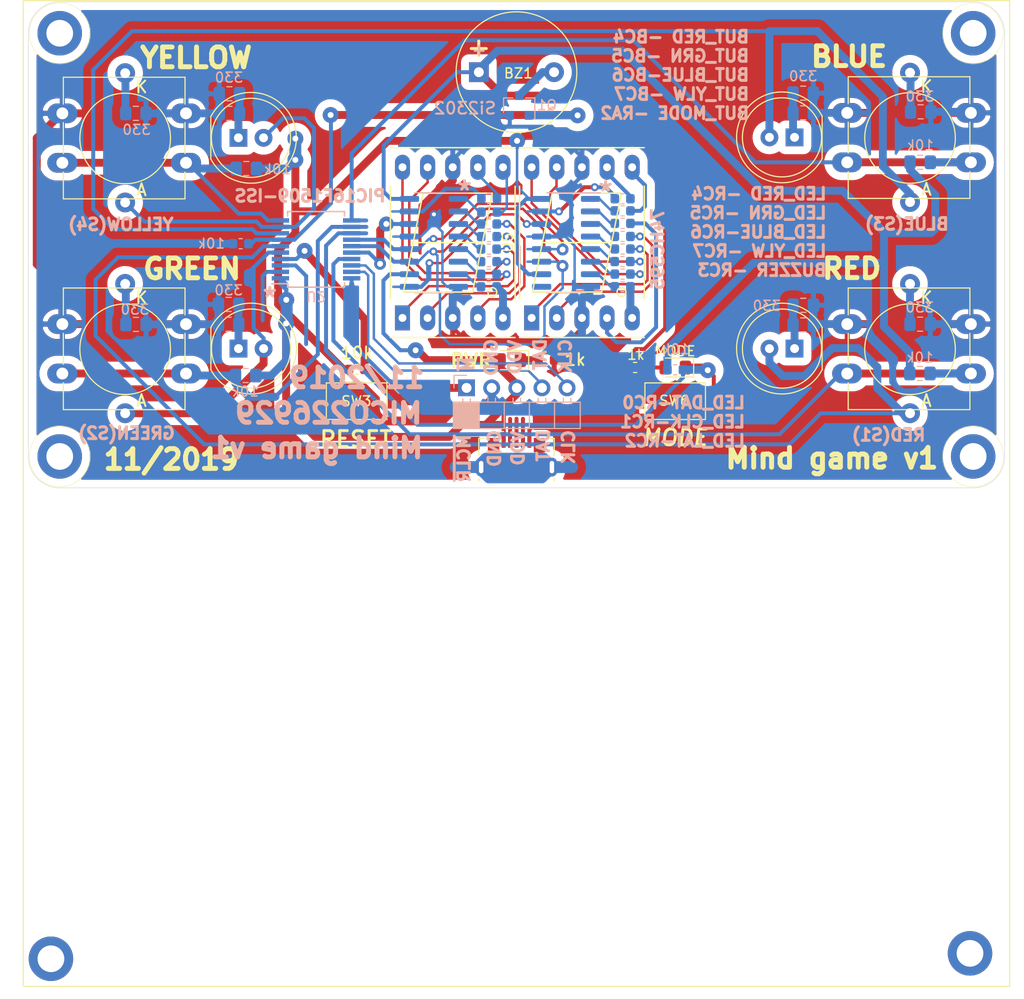
<source format=kicad_pcb>
(kicad_pcb (version 20171130) (host pcbnew "(5.1.7)-1")
  (layers (0 F.Cu signal) (31 B.Cu signal) (34 B.Paste user) (35 F.Paste user hide) (36 B.SilkS user) (37 F.SilkS user) (38 B.Mask user) (39 F.Mask user hide) (44 Edge.Cuts user))
  (net 0 "")
  (net 1 VDD)
  (net 2 GND)
  (net 3 ~MCLR~)
  (net 4 ICSPDAT)
  (net 5 ICSPCLK)
  (net 6 S1)
  (net 7 "Net-(BZ1-Pad2)")
  (net 8 "Net-(D3-Pad1)")
  (net 9 BUZZER)
  (net 10 S3)
  (net 11 S1_LED)
  (net 12 S3_LED)
  (net 13 S2)
  (net 14 S2_LED)
  (net 15 S4)
  (net 16 S4_LED)
  (net 17 "Net-(R12-Pad1)")
  (net 18 "Net-(R12-Pad2)")
  (net 19 "Net-(R13-Pad2)")
  (net 20 "Net-(R13-Pad1)")
  (net 21 "Net-(R14-Pad1)")
  (net 22 "Net-(R14-Pad2)")
  (net 23 "Net-(R15-Pad2)")
  (net 24 "Net-(R15-Pad1)")
  (net 25 "Net-(R16-Pad2)")
  (net 26 "Net-(R16-Pad1)")
  (net 27 "Net-(R17-Pad1)")
  (net 28 "Net-(R17-Pad2)")
  (net 29 "Net-(R18-Pad1)")
  (net 30 "Net-(R18-Pad2)")
  (net 31 "Net-(R19-Pad1)")
  (net 32 "Net-(R19-Pad2)")
  (net 33 "Net-(R20-Pad2)")
  (net 34 "Net-(R20-Pad1)")
  (net 35 "Net-(R21-Pad1)")
  (net 36 "Net-(R21-Pad2)")
  (net 37 "Net-(R22-Pad2)")
  (net 38 "Net-(R22-Pad1)")
  (net 39 "Net-(R23-Pad1)")
  (net 40 "Net-(R23-Pad2)")
  (net 41 "Net-(R24-Pad2)")
  (net 42 "Net-(R24-Pad1)")
  (net 43 "Net-(R25-Pad1)")
  (net 44 "Net-(R25-Pad2)")
  (net 45 "Net-(R26-Pad2)")
  (net 46 "Net-(R26-Pad1)")
  (net 47 "Net-(R27-Pad1)")
  (net 48 "Net-(R27-Pad2)")
  (net 49 LED_DATA)
  (net 50 LED_LAT)
  (net 51 LED_CLK)
  (net 52 "Net-(U1-Pad9)")
  (net 53 "Net-(U2-Pad2)")
  (net 54 "Net-(U2-Pad3)")
  (net 55 "Net-(U4-Pad9)")
  (net 56 Hint)
  (net 57 "Net-(J1-Pad2)")
  (net 58 "Net-(J1-Pad3)")
  (net 59 "Net-(J1-Pad4)")
  (net 60 "Net-(J1-Pad6)")
  (net 61 "Net-(D1-Pad1)")
  (net 62 "Net-(D2-Pad1)")
  (net 63 "Net-(D4-Pad1)")
  (net 64 "Net-(D5-Pad1)")
  (net 65 "Net-(R5-Pad2)")
  (net 66 "Net-(R6-Pad2)")
  (net 67 "Net-(R8-Pad2)")
  (net 68 "Net-(R11-Pad2)")
  (net 69 "Net-(D6-Pad2)")
  (module MountingHole:MountingHole_2.7mm_M2.5_ISO7380_Pad (layer F.Cu) (at 115.37696 115.27536)
    (fp_text reference H1 hide)
    (fp_text value MountingHole)
    (pad 1 thru_hole circle (at 0 0) (size 4.5 4.5) (drill 2.7) (layers *.Cu *.Mask))
  )
  (module MountingHole:MountingHole_2.7mm_M2.5_ISO7380_Pad (layer F.Cu) (at 22.479 115.824)
    (fp_text reference H1 hide)
    (fp_text value MountingHole)
    (pad 1 thru_hole circle (at 0 0) (size 4.5 4.5) (drill 2.7) (layers *.Cu *.Mask))
  )
  (module Resistor_SMD:R_0805_2012Metric_Pad1.15x1.40mm_HandSolder (layer B.Cu) (at 110.34152 35.27552 180)
    (fp_text reference R2 hide)
    (fp_text value 10k (at -0.0164 1.7272) (layer B.SilkS) (effects (justify mirror)))
    (pad 2 smd roundrect (at 1.025 0 180) (size 1.15 1.4) (layers B.Cu B.Paste B.Mask) (roundrect_rratio 0.2173904347826087) (net 1 VDD))
    (pad 1 smd roundrect (at -1.025 0 180) (size 1.15 1.4) (layers B.Cu B.Paste B.Mask) (roundrect_rratio 0.2173904347826087) (net 10 S3))
  )
  (module Resistor_SMD:R_0805_2012Metric_Pad1.15x1.40mm_HandSolder (layer B.Cu) (at 110.31336 56.63184 180)
    (fp_text reference R1 hide)
    (fp_text value 10k (at -0.00392 1.61544) (layer B.SilkS) (effects (justify mirror)))
    (pad 2 smd roundrect (at 1.025 0 180) (size 1.15 1.4) (layers B.Cu B.Paste B.Mask) (roundrect_rratio 0.2173904347826087) (net 1 VDD))
    (pad 1 smd roundrect (at -1.025 0 180) (size 1.15 1.4) (layers B.Cu B.Paste B.Mask) (roundrect_rratio 0.2173904347826087) (net 6 S1))
  )
  (module Resistor_SMD:R_0805_2012Metric_Pad1.15x1.40mm_HandSolder (layer B.Cu) (at 42.23004 35.90544)
    (fp_text reference R9 hide)
    (fp_text value 10k (at 3.13436 0.06604) (layer B.SilkS) (effects (justify mirror)))
    (pad 2 smd roundrect (at 1.025 0) (size 1.15 1.4) (layers B.Cu B.Paste B.Mask) (roundrect_rratio 0.2173904347826087) (net 1 VDD))
    (pad 1 smd roundrect (at -1.025 0) (size 1.15 1.4) (layers B.Cu B.Paste B.Mask) (roundrect_rratio 0.2173904347826087) (net 15 S4))
  )
  (module Resistor_SMD:R_0805_2012Metric_Pad1.15x1.40mm_HandSolder (layer B.Cu) (at 42.164 56.84012)
    (fp_text reference R7 hide)
    (fp_text value 10k (at -0.03556 1.61036) (layer B.SilkS) (effects (justify mirror)))
    (pad 2 smd roundrect (at 1.025 0) (size 1.15 1.4) (layers B.Cu B.Paste B.Mask) (roundrect_rratio 0.2173904347826087) (net 1 VDD))
    (pad 1 smd roundrect (at -1.025 0) (size 1.15 1.4) (layers B.Cu B.Paste B.Mask) (roundrect_rratio 0.2173904347826087) (net 13 S2))
  )
  (module Resistor_SMD:R_0805_2012Metric_Pad1.15x1.40mm_HandSolder (layer B.Cu) (at 31.07436 51.66868 180)
    (fp_text reference R8 hide)
    (fp_text value 330 (at 0.12192 1.50876) (layer B.SilkS) (effects (justify mirror)))
    (pad 2 smd roundrect (at 1.025 0 180) (size 1.15 1.4) (layers B.Cu B.Paste B.Mask) (roundrect_rratio 0.2173904347826087) (net 67 "Net-(R8-Pad2)"))
    (pad 1 smd roundrect (at -1.025 0 180) (size 1.15 1.4) (layers B.Cu B.Paste B.Mask) (roundrect_rratio 0.2173904347826087) (net 2 GND))
  )
  (module Resistor_SMD:R_0805_2012Metric_Pad1.15x1.40mm_HandSolder (layer B.Cu) (at 110.3376 51.64328 180)
    (fp_text reference R5 hide)
    (fp_text value 330 (at 0.04572 1.69164) (layer B.SilkS) (effects (justify mirror)))
    (pad 2 smd roundrect (at 1.025 0 180) (size 1.15 1.4) (layers B.Cu B.Paste B.Mask) (roundrect_rratio 0.2173904347826087) (net 65 "Net-(R5-Pad2)"))
    (pad 1 smd roundrect (at -1.025 0 180) (size 1.15 1.4) (layers B.Cu B.Paste B.Mask) (roundrect_rratio 0.2173904347826087) (net 2 GND))
  )
  (module Resistor_SMD:R_0805_2012Metric_Pad1.15x1.40mm_HandSolder (layer B.Cu) (at 110.39232 30.17012 180)
    (fp_text reference R6 hide)
    (fp_text value 330 (at 0.09652 1.55448) (layer B.SilkS) (effects (justify mirror)))
    (pad 2 smd roundrect (at 1.025 0 180) (size 1.15 1.4) (layers B.Cu B.Paste B.Mask) (roundrect_rratio 0.2173904347826087) (net 66 "Net-(R6-Pad2)"))
    (pad 1 smd roundrect (at -1.025 0 180) (size 1.15 1.4) (layers B.Cu B.Paste B.Mask) (roundrect_rratio 0.2173904347826087) (net 2 GND))
  )
  (module Resistor_SMD:R_0805_2012Metric_Pad1.15x1.40mm_HandSolder (layer B.Cu) (at 31.0642 30.3276 180)
    (fp_text reference R11 hide)
    (fp_text value 330 (at -0.0762 -1.65608) (layer B.SilkS) (effects (justify mirror)))
    (pad 2 smd roundrect (at 1.025 0 180) (size 1.15 1.4) (layers B.Cu B.Paste B.Mask) (roundrect_rratio 0.2173904347826087) (net 68 "Net-(R11-Pad2)"))
    (pad 1 smd roundrect (at -1.025 0 180) (size 1.15 1.4) (layers B.Cu B.Paste B.Mask) (roundrect_rratio 0.2173904347826087) (net 2 GND))
  )
  (module Resistor_SMD:R_0805_2012Metric_Pad1.15x1.40mm_HandSolder (layer B.Cu) (at 98.51136 28.28544 180)
    (fp_text reference R30 hide)
    (fp_text value 330 (at 0.00508 1.71196) (layer B.SilkS) (effects (justify mirror)))
    (pad 2 smd roundrect (at 1.025 0 180) (size 1.15 1.4) (layers B.Cu B.Paste B.Mask) (roundrect_rratio 0.2173904347826087) (net 62 "Net-(D2-Pad1)"))
    (pad 1 smd roundrect (at -1.025 0 180) (size 1.15 1.4) (layers B.Cu B.Paste B.Mask) (roundrect_rratio 0.2173904347826087) (net 2 GND))
  )
  (module Resistor_SMD:R_0805_2012Metric_Pad1.15x1.40mm_HandSolder (layer B.Cu) (at 98.51644 30.2768 180)
    (fp_text reference R30 hide)
    (fp_text value 330)
    (pad 2 smd roundrect (at 1.025 0 180) (size 1.15 1.4) (layers B.Cu B.Paste B.Mask) (roundrect_rratio 0.2173904347826087) (net 62 "Net-(D2-Pad1)"))
    (pad 1 smd roundrect (at -1.025 0 180) (size 1.15 1.4) (layers B.Cu B.Paste B.Mask) (roundrect_rratio 0.2173904347826087) (net 2 GND))
  )
  (module Resistor_SMD:R_0805_2012Metric_Pad1.15x1.40mm_HandSolder (layer B.Cu) (at 98.52544 49.73828 180)
    (fp_text reference R29 hide)
    (fp_text value 330 (at 3.68184 -0.04064) (layer B.SilkS) (effects (justify mirror)))
    (pad 1 smd roundrect (at -1.025 0 180) (size 1.15 1.4) (layers B.Cu B.Paste B.Mask) (roundrect_rratio 0.2173904347826087) (net 2 GND))
    (pad 2 smd roundrect (at 1.025 0 180) (size 1.15 1.4) (layers B.Cu B.Paste B.Mask) (roundrect_rratio 0.2173904347826087) (net 61 "Net-(D1-Pad1)"))
  )
  (module Resistor_SMD:R_0805_2012Metric_Pad1.15x1.40mm_HandSolder (layer B.Cu) (at 98.51644 51.71948 180)
    (fp_text reference R29 hide)
    (fp_text value 330)
    (pad 2 smd roundrect (at 1.025 0 180) (size 1.15 1.4) (layers B.Cu B.Paste B.Mask) (roundrect_rratio 0.2173904347826087) (net 61 "Net-(D1-Pad1)"))
    (pad 1 smd roundrect (at -1.025 0 180) (size 1.15 1.4) (layers B.Cu B.Paste B.Mask) (roundrect_rratio 0.2173904347826087) (net 2 GND))
  )
  (module Resistor_SMD:R_0805_2012Metric_Pad1.15x1.40mm_HandSolder (layer B.Cu) (at 40.4368 49.64684)
    (fp_text reference R31 hide)
    (fp_text value 330 (at 0 -1.43) (layer B.SilkS) (effects (justify mirror)))
    (pad 1 smd roundrect (at -1.025 0) (size 1.15 1.4) (layers B.Cu B.Paste B.Mask) (roundrect_rratio 0.2173904347826087) (net 2 GND))
    (pad 2 smd roundrect (at 1.025 0) (size 1.15 1.4) (layers B.Cu B.Paste B.Mask) (roundrect_rratio 0.2173904347826087) (net 63 "Net-(D4-Pad1)"))
  )
  (module Resistor_SMD:R_0805_2012Metric_Pad1.15x1.40mm_HandSolder (layer B.Cu) (at 40.4368 51.65344)
    (fp_text reference R31 hide)
    (fp_text value 330)
    (pad 2 smd roundrect (at 1.025 0) (size 1.15 1.4) (layers B.Cu B.Paste B.Mask) (roundrect_rratio 0.2173904347826087) (net 63 "Net-(D4-Pad1)"))
    (pad 1 smd roundrect (at -1.025 0) (size 1.15 1.4) (layers B.Cu B.Paste B.Mask) (roundrect_rratio 0.2173904347826087) (net 2 GND))
  )
  (module Resistor_SMD:R_0805_2012Metric_Pad1.15x1.40mm_HandSolder (layer B.Cu) (at 40.51808 28.3464)
    (fp_text reference R32 hide)
    (fp_text value 330)
    (pad 1 smd roundrect (at -1.025 0) (size 1.15 1.4) (layers B.Cu B.Paste B.Mask) (roundrect_rratio 0.2173904347826087) (net 2 GND))
    (pad 2 smd roundrect (at 1.025 0) (size 1.15 1.4) (layers B.Cu B.Paste B.Mask) (roundrect_rratio 0.2173904347826087) (net 64 "Net-(D5-Pad1)"))
  )
  (module Resistor_SMD:R_0805_2012Metric_Pad1.15x1.40mm_HandSolder (layer B.Cu) (at 40.52316 30.3276)
    (fp_text reference R32 hide)
    (fp_text value 330 (at -0.0508 -3.62712) (layer B.SilkS) (effects (justify mirror)))
    (pad 2 smd roundrect (at 1.025 0) (size 1.15 1.4) (layers B.Cu B.Paste B.Mask) (roundrect_rratio 0.2173904347826087) (net 64 "Net-(D5-Pad1)"))
    (pad 1 smd roundrect (at -1.025 0) (size 1.15 1.4) (layers B.Cu B.Paste B.Mask) (roundrect_rratio 0.2173904347826087) (net 2 GND))
  )
  (module KICAD_Library1_Triet:PinHeader_1x05_P2.54mm_Horizontal (layer B.Cu) (at 64.4906 58.0898 270)
    (fp_text reference J2 hide)
    (fp_text value ISP)
    (pad 5 thru_hole oval (at 0 -10.16 270) (size 1.7 1.7) (drill 1) (layers *.Cu *.Mask) (net 5 ICSPCLK))
    (pad 4 thru_hole oval (at 0 -7.62 270) (size 1.7 1.7) (drill 1) (layers *.Cu *.Mask) (net 4 ICSPDAT))
    (pad 3 thru_hole oval (at 0 -5.08 270) (size 1.7 1.7) (drill 1) (layers *.Cu *.Mask) (net 1 VDD))
    (pad 2 thru_hole oval (at 0 -2.54 270) (size 1.7 1.7) (drill 1) (layers *.Cu *.Mask) (net 2 GND))
    (pad 1 thru_hole rect (at 0 0 270) (size 1.7 1.7) (drill 1) (layers *.Cu *.Mask) (net 3 ~MCLR~))
  )
  (module KICAD_Library1_Triet:SW_PUSH-12mm (layer F.Cu) (at 102.96652 51.6382)
    (fp_text reference SW1 hide)
    (fp_text value RED (at 0.46228 -5.60324) (layer F.SilkS) (effects (font (size 2 2) (thickness 0.5))))
    (fp_text user A (at 8.001 7.747) (layer F.SilkS) (effects (font (size 1.2 1.2) (thickness 0.2))))
    (fp_text user K (at 8.001 -2.667) (layer F.SilkS) (effects (font (size 1.2 1.2) (thickness 0.2))))
    (pad 1 thru_hole oval (at 12.5 0) (size 3.048 2) (drill 1.2) (layers *.Cu *.Mask) (net 2 GND))
    (pad 2 thru_hole oval (at 12.5 5) (size 3.048 2) (drill 1.2) (layers *.Cu *.Mask) (net 6 S1))
    (pad 1 thru_hole oval (at 0 0) (size 3.048 2) (drill 1.2) (layers *.Cu *.Mask) (net 2 GND))
    (pad 2 thru_hole oval (at 0 5) (size 3.048 2) (drill 1.2) (layers *.Cu *.Mask) (net 6 S1))
    (pad 3 thru_hole circle (at 6.35 -4.064) (size 2 2) (drill 1) (layers *.Cu *.Mask) (net 65 "Net-(R5-Pad2)"))
    (pad 4 thru_hole circle (at 6.35 9.017) (size 2 2) (drill 1) (layers *.Cu *.Mask) (net 11 S1_LED))
  )
  (module KICAD_Library1_Triet:SW_PUSH-12mm (layer F.Cu) (at 23.63216 51.6382)
    (fp_text reference SW4 hide)
    (fp_text value GREEN (at 13.1064 -5.58292) (layer F.SilkS) (effects (font (size 2 2) (thickness 0.5))))
    (fp_text user A (at 8.001 7.747) (layer F.SilkS) (effects (font (size 1.2 1.2) (thickness 0.2))))
    (fp_text user K (at 8.001 -2.667) (layer F.SilkS) (effects (font (size 1.2 1.2) (thickness 0.2))))
    (pad 1 thru_hole oval (at 12.5 0) (size 3.048 2) (drill 1.2) (layers *.Cu *.Mask) (net 2 GND))
    (pad 2 thru_hole oval (at 12.5 5) (size 3.048 2) (drill 1.2) (layers *.Cu *.Mask) (net 13 S2))
    (pad 1 thru_hole oval (at 0 0) (size 3.048 2) (drill 1.2) (layers *.Cu *.Mask) (net 2 GND))
    (pad 2 thru_hole oval (at 0 5) (size 3.048 2) (drill 1.2) (layers *.Cu *.Mask) (net 13 S2))
    (pad 3 thru_hole circle (at 6.35 -4.064) (size 2 2) (drill 1) (layers *.Cu *.Mask) (net 67 "Net-(R8-Pad2)"))
    (pad 4 thru_hole circle (at 6.35 9.017) (size 2 2) (drill 1) (layers *.Cu *.Mask) (net 14 S2_LED))
  )
  (module KICAD_Library1_Triet:SW_PUSH-12mm (layer F.Cu) (at 102.96652 30.2768)
    (fp_text reference SW2 hide)
    (fp_text value BLUE (at 0.18288 -5.68452) (layer F.SilkS) (effects (font (size 2 2) (thickness 0.5))))
    (fp_text user K (at 8.001 -2.667) (layer F.SilkS) (effects (font (size 1.2 1.2) (thickness 0.2))))
    (fp_text user A (at 8.001 7.747) (layer F.SilkS) (effects (font (size 1.2 1.2) (thickness 0.2))))
    (pad 4 thru_hole circle (at 6.35 9.017) (size 2 2) (drill 1) (layers *.Cu *.Mask) (net 12 S3_LED))
    (pad 3 thru_hole circle (at 6.35 -4.064) (size 2 2) (drill 1) (layers *.Cu *.Mask) (net 66 "Net-(R6-Pad2)"))
    (pad 2 thru_hole oval (at 0 5) (size 3.048 2) (drill 1.2) (layers *.Cu *.Mask) (net 10 S3))
    (pad 1 thru_hole oval (at 0 0) (size 3.048 2) (drill 1.2) (layers *.Cu *.Mask) (net 2 GND))
    (pad 2 thru_hole oval (at 12.5 5) (size 3.048 2) (drill 1.2) (layers *.Cu *.Mask) (net 10 S3))
    (pad 1 thru_hole oval (at 12.5 0) (size 3.048 2) (drill 1.2) (layers *.Cu *.Mask) (net 2 GND))
  )
  (module KICAD_Library1_Triet:SW_PUSH-12mm (layer F.Cu) (at 23.63216 30.324333)
    (fp_text reference SW5 hide)
    (fp_text value YELLOW (at 13.51788 -5.610133) (layer F.SilkS) (effects (font (size 2 2) (thickness 0.5))))
    (fp_text user A (at 8.001 7.747) (layer F.SilkS) (effects (font (size 1.2 1.2) (thickness 0.2))))
    (fp_text user K (at 8.001 -2.667) (layer F.SilkS) (effects (font (size 1.2 1.2) (thickness 0.2))))
    (pad 1 thru_hole oval (at 12.5 0) (size 3.048 2) (drill 1.2) (layers *.Cu *.Mask) (net 2 GND))
    (pad 2 thru_hole oval (at 12.5 5) (size 3.048 2) (drill 1.2) (layers *.Cu *.Mask) (net 15 S4))
    (pad 1 thru_hole oval (at 0 0) (size 3.048 2) (drill 1.2) (layers *.Cu *.Mask) (net 2 GND))
    (pad 2 thru_hole oval (at 0 5) (size 3.048 2) (drill 1.2) (layers *.Cu *.Mask) (net 15 S4))
    (pad 3 thru_hole circle (at 6.35 -4.064) (size 2 2) (drill 1) (layers *.Cu *.Mask) (net 68 "Net-(R11-Pad2)"))
    (pad 4 thru_hole circle (at 6.35 9.017) (size 2 2) (drill 1) (layers *.Cu *.Mask) (net 16 S4_LED))
  )
  (module Resistor_SMD:R_0603_1608Metric (layer B.Cu) (at 80.2641 41.45494 180)
    (fp_text reference R22 hide)
    (fp_text value 1k hide)
    (pad 2 smd roundrect (at 0.7875 0 180) (size 0.875 0.95) (layers B.Cu B.Paste B.Mask) (net 37 "Net-(R22-Pad2)"))
    (pad 1 smd roundrect (at -0.7875 0 180) (size 0.875 0.95) (layers B.Cu B.Paste B.Mask) (net 38 "Net-(R22-Pad1)"))
  )
  (module Resistor_SMD:R_0603_1608Metric (layer B.Cu) (at 41.656 43.5102)
    (fp_text reference R3 hide)
    (fp_text value 10k (at -2.95656 -0.02032) (layer B.SilkS) (effects (justify mirror)))
    (pad 2 smd roundrect (at 0.7875 0) (size 0.875 0.95) (layers B.Cu B.Paste B.Mask) (net 9 BUZZER))
    (pad 1 smd roundrect (at -0.7875 0) (size 0.875 0.95) (layers B.Cu B.Paste B.Mask) (net 2 GND))
  )
  (module Resistor_SMD:R_0603_1608Metric (layer F.Cu) (at 53.3908 56.2229 180)
    (fp_text reference R4 hide)
    (fp_text value 10k (at 0 1.6637) (layer F.SilkS) (effects (font (size 1.2 1.2) (thickness 0.2))))
    (pad 2 smd roundrect (at 0.7875 0 180) (size 0.875 0.95) (layers F.Cu F.Paste F.Mask) (net 1 VDD))
    (pad 1 smd roundrect (at -0.7875 0 180) (size 0.875 0.95) (layers F.Cu F.Paste F.Mask) (net 3 ~MCLR~))
  )
  (module Resistor_SMD:R_0603_1608Metric (layer F.Cu) (at 72.5551 55.2831)
    (fp_text reference R10 hide)
    (fp_text value 1k (at 2.9083 -0.0508) (layer F.SilkS) (effects (font (size 1.2 1.2) (thickness 0.2))))
    (pad 2 smd roundrect (at 0.7875 0) (size 0.875 0.95) (layers F.Cu F.Paste F.Mask) (net 2 GND))
    (pad 1 smd roundrect (at -0.7875 0) (size 0.875 0.95) (layers F.Cu F.Paste F.Mask) (net 8 "Net-(D3-Pad1)"))
  )
  (module Resistor_SMD:R_0603_1608Metric (layer B.Cu) (at 66.7766 38.91494 180)
    (fp_text reference R12 hide)
    (fp_text value 1k hide)
    (pad 2 smd roundrect (at 0.7875 0 180) (size 0.875 0.95) (layers B.Cu B.Paste B.Mask) (net 18 "Net-(R12-Pad2)"))
    (pad 1 smd roundrect (at -0.7875 0 180) (size 0.875 0.95) (layers B.Cu B.Paste B.Mask) (net 17 "Net-(R12-Pad1)"))
  )
  (module Resistor_SMD:R_0603_1608Metric (layer B.Cu) (at 66.7766 40.31194 180)
    (fp_text reference R13 hide)
    (fp_text value 1k hide)
    (pad 2 smd roundrect (at 0.7875 0 180) (size 0.875 0.95) (layers B.Cu B.Paste B.Mask) (net 19 "Net-(R13-Pad2)"))
    (pad 1 smd roundrect (at -0.7875 0 180) (size 0.875 0.95) (layers B.Cu B.Paste B.Mask) (net 20 "Net-(R13-Pad1)"))
  )
  (module Resistor_SMD:R_0603_1608Metric (layer B.Cu) (at 66.7512 41.5163 180)
    (fp_text reference R14 hide)
    (fp_text value 1k hide)
    (pad 2 smd roundrect (at 0.7875 0 180) (size 0.875 0.95) (layers B.Cu B.Paste B.Mask) (net 22 "Net-(R14-Pad2)"))
    (pad 1 smd roundrect (at -0.7875 0 180) (size 0.875 0.95) (layers B.Cu B.Paste B.Mask) (net 21 "Net-(R14-Pad1)"))
  )
  (module Resistor_SMD:R_0603_1608Metric (layer B.Cu) (at 66.7511 42.78844 180)
    (fp_text reference R15 hide)
    (fp_text value 1k hide)
    (pad 2 smd roundrect (at 0.7875 0 180) (size 0.875 0.95) (layers B.Cu B.Paste B.Mask) (net 23 "Net-(R15-Pad2)"))
    (pad 1 smd roundrect (at -0.7875 0 180) (size 0.875 0.95) (layers B.Cu B.Paste B.Mask) (net 24 "Net-(R15-Pad1)"))
  )
  (module Resistor_SMD:R_0603_1608Metric (layer B.Cu) (at 66.7386 44.0563 180)
    (fp_text reference R16 hide)
    (fp_text value 1k hide)
    (pad 2 smd roundrect (at 0.7875 0 180) (size 0.875 0.95) (layers B.Cu B.Paste B.Mask) (net 25 "Net-(R16-Pad2)"))
    (pad 1 smd roundrect (at -0.7875 0 180) (size 0.875 0.95) (layers B.Cu B.Paste B.Mask) (net 26 "Net-(R16-Pad1)"))
  )
  (module Resistor_SMD:R_0603_1608Metric (layer B.Cu) (at 66.7385 45.3263 180)
    (fp_text reference R17 hide)
    (fp_text value 1k hide)
    (pad 2 smd roundrect (at 0.7875 0 180) (size 0.875 0.95) (layers B.Cu B.Paste B.Mask) (net 28 "Net-(R17-Pad2)"))
    (pad 1 smd roundrect (at -0.7875 0 180) (size 0.875 0.95) (layers B.Cu B.Paste B.Mask) (net 27 "Net-(R17-Pad1)"))
  )
  (module Resistor_SMD:R_0603_1608Metric (layer B.Cu) (at 66.7385 46.5963 180)
    (fp_text reference R18 hide)
    (fp_text value 1k hide)
    (pad 2 smd roundrect (at 0.7875 0 180) (size 0.875 0.95) (layers B.Cu B.Paste B.Mask) (net 30 "Net-(R18-Pad2)"))
    (pad 1 smd roundrect (at -0.7875 0 180) (size 0.875 0.95) (layers B.Cu B.Paste B.Mask) (net 29 "Net-(R18-Pad1)"))
  )
  (module Resistor_SMD:R_0603_1608Metric (layer B.Cu) (at 66.7386 47.8663 180)
    (fp_text reference R19 hide)
    (fp_text value 1k hide)
    (pad 2 smd roundrect (at 0.7875 0 180) (size 0.875 0.95) (layers B.Cu B.Paste B.Mask) (net 32 "Net-(R19-Pad2)"))
    (pad 1 smd roundrect (at -0.7875 0 180) (size 0.875 0.95) (layers B.Cu B.Paste B.Mask) (net 31 "Net-(R19-Pad1)"))
  )
  (module Resistor_SMD:R_0603_1608Metric (layer B.Cu) (at 80.264 38.9636 180)
    (fp_text reference R20 hide)
    (fp_text value 1k hide)
    (pad 2 smd roundrect (at 0.7875 0 180) (size 0.875 0.95) (layers B.Cu B.Paste B.Mask) (net 33 "Net-(R20-Pad2)"))
    (pad 1 smd roundrect (at -0.7875 0 180) (size 0.875 0.95) (layers B.Cu B.Paste B.Mask) (net 34 "Net-(R20-Pad1)"))
  )
  (module Resistor_SMD:R_0603_1608Metric (layer B.Cu) (at 80.2641 40.18494 180)
    (fp_text reference R21 hide)
    (fp_text value 1k hide)
    (pad 2 smd roundrect (at 0.7875 0 180) (size 0.875 0.95) (layers B.Cu B.Paste B.Mask) (net 36 "Net-(R21-Pad2)"))
    (pad 1 smd roundrect (at -0.7875 0 180) (size 0.875 0.95) (layers B.Cu B.Paste B.Mask) (net 35 "Net-(R21-Pad1)"))
  )
  (module Resistor_SMD:R_0603_1608Metric (layer B.Cu) (at 80.264 42.7736 180)
    (fp_text reference R23 hide)
    (fp_text value 1k hide)
    (pad 2 smd roundrect (at 0.7875 0 180) (size 0.875 0.95) (layers B.Cu B.Paste B.Mask) (net 40 "Net-(R23-Pad2)"))
    (pad 1 smd roundrect (at -0.7875 0 180) (size 0.875 0.95) (layers B.Cu B.Paste B.Mask) (net 39 "Net-(R23-Pad1)"))
  )
  (module Resistor_SMD:R_0603_1608Metric (layer B.Cu) (at 80.264 44.0436 180)
    (fp_text reference R24 hide)
    (fp_text value 1k hide)
    (pad 2 smd roundrect (at 0.7875 0 180) (size 0.875 0.95) (layers B.Cu B.Paste B.Mask) (net 41 "Net-(R24-Pad2)"))
    (pad 1 smd roundrect (at -0.7875 0 180) (size 0.875 0.95) (layers B.Cu B.Paste B.Mask) (net 42 "Net-(R24-Pad1)"))
  )
  (module Resistor_SMD:R_0603_1608Metric (layer B.Cu) (at 80.2514 45.3136 180)
    (fp_text reference R25 hide)
    (fp_text value 1k hide)
    (pad 2 smd roundrect (at 0.7875 0 180) (size 0.875 0.95) (layers B.Cu B.Paste B.Mask) (net 44 "Net-(R25-Pad2)"))
    (pad 1 smd roundrect (at -0.7875 0 180) (size 0.875 0.95) (layers B.Cu B.Paste B.Mask) (net 43 "Net-(R25-Pad1)"))
  )
  (module Resistor_SMD:R_0603_1608Metric (layer B.Cu) (at 80.264 46.5836 180)
    (fp_text reference R26 hide)
    (fp_text value 1k hide)
    (pad 2 smd roundrect (at 0.7875 0 180) (size 0.875 0.95) (layers B.Cu B.Paste B.Mask) (net 45 "Net-(R26-Pad2)"))
    (pad 1 smd roundrect (at -0.7875 0 180) (size 0.875 0.95) (layers B.Cu B.Paste B.Mask) (net 46 "Net-(R26-Pad1)"))
  )
  (module Resistor_SMD:R_0603_1608Metric (layer B.Cu) (at 80.264 47.8536 180)
    (fp_text reference R27 hide)
    (fp_text value 1k hide)
    (pad 2 smd roundrect (at 0.7875 0 180) (size 0.875 0.95) (layers B.Cu B.Paste B.Mask) (net 48 "Net-(R27-Pad2)"))
    (pad 1 smd roundrect (at -0.7875 0 180) (size 0.875 0.95) (layers B.Cu B.Paste B.Mask) (net 47 "Net-(R27-Pad1)"))
  )
  (module Resistor_SMD:R_0603_1608Metric (layer B.Cu) (at 85.57875 56.261 180)
    (fp_text reference R28 hide)
    (fp_text value 10k (at -0.08021 2.0828) (layer B.SilkS) (effects (justify mirror)))
    (pad 2 smd roundrect (at 0.7875 0 180) (size 0.875 0.95) (layers B.Cu B.Paste B.Mask) (net 1 VDD))
    (pad 1 smd roundrect (at -0.7875 0 180) (size 0.875 0.95) (layers B.Cu B.Paste B.Mask) (net 56 Hint))
  )
  (module MountingHole:MountingHole_2.7mm_M2.5_ISO7380_Pad (layer F.Cu) (at 115.697 65.024)
    (fp_text reference H4 hide)
    (fp_text value MountingHole)
    (pad 1 thru_hole circle (at 0 0) (size 4.5 4.5) (drill 2.7) (layers *.Cu *.Mask))
  )
  (module MountingHole:MountingHole_2.7mm_M2.5_ISO7380_Pad (layer F.Cu) (at 23.368 22.225)
    (fp_text reference H2 hide)
    (fp_text value MountingHole)
    (pad 1 thru_hole circle (at 0 0) (size 4.5 4.5) (drill 2.7) (layers *.Cu *.Mask))
  )
  (module MountingHole:MountingHole_2.7mm_M2.5_ISO7380_Pad (layer F.Cu) (at 23.368 65.024)
    (fp_text reference H1 hide)
    (fp_text value MountingHole)
    (pad 1 thru_hole circle (at 0 0) (size 4.5 4.5) (drill 2.7) (layers *.Cu *.Mask))
  )
  (module MountingHole:MountingHole_2.7mm_M2.5_ISO7380_Pad (layer F.Cu) (at 115.697 22.225)
    (fp_text reference H3 hide)
    (fp_text value MountingHole)
    (pad 1 thru_hole circle (at 0 0) (size 4.5 4.5) (drill 2.7) (layers *.Cu *.Mask))
  )
  (module Buzzer_Beeper:Buzzer_12x9.5RM7.6 (layer F.Cu) (at 65.7325 26.162)
    (fp_text reference BZ1 (at 3.9905 0.1143) (layer F.SilkS))
    (fp_text value Buzzer)
    (fp_text user + (at -0.01 -2.54) (layer F.SilkS) (effects (font (size 2 2) (thickness 0.3))))
    (pad 1 thru_hole rect (at 0 0) (size 2 2) (drill 1) (layers *.Cu *.Mask) (net 1 VDD))
    (pad 2 thru_hole circle (at 7.6 0) (size 2 2) (drill 1) (layers *.Cu *.Mask) (net 7 "Net-(BZ1-Pad2)"))
  )
  (module LED_SMD:LED_0805_2012Metric_Pad1.15x1.40mm_HandSolder (layer F.Cu) (at 68.9102 55.2831 180)
    (fp_text reference D3 hide)
    (fp_text value PWR (at 3.9624 -0.0381) (layer F.SilkS) (effects (font (size 1.3 1.3) (thickness 0.3))))
    (pad 1 smd roundrect (at -1.025 0 180) (size 1.15 1.4) (layers F.Cu F.Paste F.Mask) (roundrect_rratio 0.2173904347826087) (net 8 "Net-(D3-Pad1)"))
    (pad 2 smd roundrect (at 1.025 0 180) (size 1.15 1.4) (layers F.Cu F.Paste F.Mask) (roundrect_rratio 0.2173904347826087) (net 1 VDD))
  )
  (module Package_TO_SOT_SMD:SOT-23 (layer B.Cu) (at 69.8119 29.5275 90)
    (fp_text reference Q1 (at 0.03302 2.80162 180) (layer B.SilkS) (effects (justify mirror)))
    (fp_text value BSN20)
    (pad 1 smd rect (at -1 0.95 90) (size 0.9 0.8) (layers B.Cu B.Paste B.Mask) (net 9 BUZZER))
    (pad 2 smd rect (at -1 -0.95 90) (size 0.9 0.8) (layers B.Cu B.Paste B.Mask) (net 2 GND))
    (pad 3 smd rect (at 1 0 90) (size 0.9 0.8) (layers B.Cu B.Paste B.Mask) (net 7 "Net-(BZ1-Pad2)"))
  )
  (module Button_Switch_SMD:SW_SPST_CK_RS282G05A3 (layer F.Cu) (at 53.37625 59.436)
    (fp_text reference SW3 (at -0.0254 0) (layer F.SilkS))
    (fp_text value RESET (at -0.06673 3.85064) (layer F.SilkS) (effects (font (size 1.6 1.6) (thickness 0.3))))
    (pad 1 smd rect (at -3.9 0) (size 1.5 1.5) (layers F.Cu F.Paste F.Mask) (net 2 GND))
    (pad 2 smd rect (at 3.9 0) (size 1.5 1.5) (layers F.Cu F.Paste F.Mask) (net 3 ~MCLR~))
  )
  (module Package_SO:SSOP-20_5.3x7.2mm_P0.65mm (layer B.Cu) (at 49.276 44.0817)
    (fp_text reference U2 (at 0 4.75 180 unlocked) (layer B.SilkS) (effects (justify mirror)))
    (fp_text value PIC16F1509-ISS (at -0.6096 -5.3975 unlocked) (layer B.SilkS) (effects (font (size 1.2 1.2) (thickness 0.3)) (justify mirror)))
    (pad 1 smd rect (at -3.6 2.925) (size 1.75 0.45) (layers B.Cu B.Paste B.Mask) (net 1 VDD))
    (pad 2 smd rect (at -3.6 2.275) (size 1.75 0.45) (layers B.Cu B.Paste B.Mask) (net 53 "Net-(U2-Pad2)"))
    (pad 3 smd rect (at -3.6 1.625) (size 1.75 0.45) (layers B.Cu B.Paste B.Mask) (net 54 "Net-(U2-Pad3)"))
    (pad 4 smd rect (at -3.6 0.975) (size 1.75 0.45) (layers B.Cu B.Paste B.Mask) (net 3 ~MCLR~))
    (pad 5 smd rect (at -3.6 0.325) (size 1.75 0.45) (layers B.Cu B.Paste B.Mask) (net 14 S2_LED))
    (pad 6 smd rect (at -3.6 -0.325) (size 1.75 0.45) (layers B.Cu B.Paste B.Mask) (net 11 S1_LED))
    (pad 7 smd rect (at -3.6 -0.975) (size 1.75 0.45) (layers B.Cu B.Paste B.Mask) (net 9 BUZZER))
    (pad 8 smd rect (at -3.6 -1.625) (size 1.75 0.45) (layers B.Cu B.Paste B.Mask) (net 12 S3_LED))
    (pad 9 smd rect (at -3.6 -2.275) (size 1.75 0.45) (layers B.Cu B.Paste B.Mask) (net 16 S4_LED))
    (pad 10 smd rect (at -3.6 -2.925) (size 1.75 0.45) (layers B.Cu B.Paste B.Mask) (net 15 S4))
    (pad 11 smd rect (at 3.6 -2.925) (size 1.75 0.45) (layers B.Cu B.Paste B.Mask) (net 10 S3))
    (pad 12 smd rect (at 3.6 -2.275) (size 1.75 0.45) (layers B.Cu B.Paste B.Mask) (net 13 S2))
    (pad 13 smd rect (at 3.6 -1.625) (size 1.75 0.45) (layers B.Cu B.Paste B.Mask) (net 6 S1))
    (pad 14 smd rect (at 3.6 -0.975) (size 1.75 0.45) (layers B.Cu B.Paste B.Mask) (net 50 LED_LAT))
    (pad 15 smd rect (at 3.6 -0.325) (size 1.75 0.45) (layers B.Cu B.Paste B.Mask) (net 51 LED_CLK))
    (pad 16 smd rect (at 3.6 0.325) (size 1.75 0.45) (layers B.Cu B.Paste B.Mask) (net 49 LED_DATA))
    (pad 17 smd rect (at 3.6 0.975) (size 1.75 0.45) (layers B.Cu B.Paste B.Mask) (net 56 Hint))
    (pad 18 smd rect (at 3.6 1.625) (size 1.75 0.45) (layers B.Cu B.Paste B.Mask) (net 5 ICSPCLK))
    (pad 19 smd rect (at 3.6 2.275) (size 1.75 0.45) (layers B.Cu B.Paste B.Mask) (net 4 ICSPDAT))
    (pad 20 smd rect (at 3.6 2.925) (size 1.75 0.45) (layers B.Cu B.Paste B.Mask) (net 2 GND))
  )
  (module Button_Switch_SMD:SW_SPST_CK_RS282G05A3 (layer F.Cu) (at 85.57875 59.436)
    (fp_text reference SW6 (at -0.0889 -0.0508) (layer F.SilkS))
    (fp_text value MODE (at -0.01123 3.683) (layer F.SilkS) (effects (font (size 1.6 1.6) (thickness 0.3) italic)))
    (pad 1 smd rect (at -3.9 0) (size 1.5 1.5) (layers F.Cu F.Paste F.Mask) (net 2 GND))
    (pad 2 smd rect (at 3.9 0) (size 1.5 1.5) (layers F.Cu F.Paste F.Mask) (net 56 Hint))
  )
  (module Package_SO:SOIC-16_3.9x9.9mm_P1.27mm (layer B.Cu) (at 61.1886 43.4213 180)
    (fp_text reference U1 hide)
    (fp_text value 74HC595)
    (pad 16 smd roundrect (at 2.475 4.445 180) (size 1.95 0.6) (layers B.Cu B.Paste B.Mask) (net 1 VDD))
    (pad 15 smd roundrect (at 2.475 3.175 180) (size 1.95 0.6) (layers B.Cu B.Paste B.Mask) (net 18 "Net-(R12-Pad2)"))
    (pad 14 smd roundrect (at 2.475 1.905 180) (size 1.95 0.6) (layers B.Cu B.Paste B.Mask) (net 49 LED_DATA))
    (pad 13 smd roundrect (at 2.475 0.635 180) (size 1.95 0.6) (layers B.Cu B.Paste B.Mask) (net 2 GND))
    (pad 12 smd roundrect (at 2.475 -0.635 180) (size 1.95 0.6) (layers B.Cu B.Paste B.Mask) (net 50 LED_LAT))
    (pad 11 smd roundrect (at 2.475 -1.905 180) (size 1.95 0.6) (layers B.Cu B.Paste B.Mask) (net 51 LED_CLK))
    (pad 10 smd roundrect (at 2.475 -3.175 180) (size 1.95 0.6) (layers B.Cu B.Paste B.Mask) (net 1 VDD))
    (pad 9 smd roundrect (at 2.475 -4.445 180) (size 1.95 0.6) (layers B.Cu B.Paste B.Mask) (net 52 "Net-(U1-Pad9)"))
    (pad 8 smd roundrect (at -2.475 -4.445 180) (size 1.95 0.6) (layers B.Cu B.Paste B.Mask) (net 2 GND))
    (pad 7 smd roundrect (at -2.475 -3.175 180) (size 1.95 0.6) (layers B.Cu B.Paste B.Mask) (net 32 "Net-(R19-Pad2)"))
    (pad 6 smd roundrect (at -2.475 -1.905 180) (size 1.95 0.6) (layers B.Cu B.Paste B.Mask) (net 30 "Net-(R18-Pad2)"))
    (pad 5 smd roundrect (at -2.475 -0.635 180) (size 1.95 0.6) (layers B.Cu B.Paste B.Mask) (net 28 "Net-(R17-Pad2)"))
    (pad 4 smd roundrect (at -2.475 0.635 180) (size 1.95 0.6) (layers B.Cu B.Paste B.Mask) (net 25 "Net-(R16-Pad2)"))
    (pad 3 smd roundrect (at -2.475 1.905 180) (size 1.95 0.6) (layers B.Cu B.Paste B.Mask) (net 23 "Net-(R15-Pad2)"))
    (pad 2 smd roundrect (at -2.475 3.175 180) (size 1.95 0.6) (layers B.Cu B.Paste B.Mask) (net 22 "Net-(R14-Pad2)"))
    (pad 1 smd roundrect (at -2.475 4.445 180) (size 1.95 0.6) (layers B.Cu B.Paste B.Mask) (net 19 "Net-(R13-Pad2)"))
  )
  (module Display_7Segment:7SegmentLED_LTS6760_LTS6780 (layer F.Cu) (at 58.0136 51.0159 90)
    (fp_text reference U3 hide)
    (fp_text value KCSA02-107)
    (pad 10 thru_hole oval (at 15.24 0) (size 1.524 2.524) (drill 0.8) (layers *.Cu *.Mask) (net 29 "Net-(R18-Pad1)"))
    (pad 9 thru_hole oval (at 15.24 2.54) (size 1.524 2.524) (drill 0.8) (layers *.Cu *.Mask) (net 27 "Net-(R17-Pad1)"))
    (pad 8 thru_hole oval (at 15.24 5.08) (size 1.524 2.524) (drill 0.8) (layers *.Cu *.Mask) (net 2 GND))
    (pad 7 thru_hole oval (at 15.24 7.62) (size 1.524 2.524) (drill 0.8) (layers *.Cu *.Mask) (net 17 "Net-(R12-Pad1)"))
    (pad 6 thru_hole oval (at 15.24 10.16) (size 1.524 2.524) (drill 0.8) (layers *.Cu *.Mask) (net 20 "Net-(R13-Pad1)"))
    (pad 5 thru_hole oval (at 0 10.16) (size 1.524 2.524) (drill 0.8) (layers *.Cu *.Mask) (net 31 "Net-(R19-Pad1)"))
    (pad 4 thru_hole oval (at 0 7.62) (size 1.524 2.524) (drill 0.8) (layers *.Cu *.Mask) (net 21 "Net-(R14-Pad1)"))
    (pad 3 thru_hole oval (at 0 5.08) (size 1.524 2.524) (drill 0.8) (layers *.Cu *.Mask) (net 2 GND))
    (pad 2 thru_hole oval (at 0 2.54) (size 1.524 2.524) (drill 0.8) (layers *.Cu *.Mask) (net 24 "Net-(R15-Pad1)"))
    (pad 1 thru_hole rect (at 0 0) (size 1.524 2.524) (drill 0.8) (layers *.Cu *.Mask) (net 26 "Net-(R16-Pad1)"))
  )
  (module Package_SO:SOIC-16_3.9x9.9mm_P1.27mm (layer B.Cu) (at 74.549 43.4213 180)
    (fp_text reference U4 hide)
    (fp_text value 74HC595)
    (pad 1 smd roundrect (at -2.475 4.445 180) (size 1.95 0.6) (layers B.Cu B.Paste B.Mask) (net 36 "Net-(R21-Pad2)"))
    (pad 2 smd roundrect (at -2.475 3.175 180) (size 1.95 0.6) (layers B.Cu B.Paste B.Mask) (net 37 "Net-(R22-Pad2)"))
    (pad 3 smd roundrect (at -2.475 1.905 180) (size 1.95 0.6) (layers B.Cu B.Paste B.Mask) (net 40 "Net-(R23-Pad2)"))
    (pad 4 smd roundrect (at -2.475 0.635 180) (size 1.95 0.6) (layers B.Cu B.Paste B.Mask) (net 41 "Net-(R24-Pad2)"))
    (pad 5 smd roundrect (at -2.475 -0.635 180) (size 1.95 0.6) (layers B.Cu B.Paste B.Mask) (net 44 "Net-(R25-Pad2)"))
    (pad 6 smd roundrect (at -2.475 -1.905 180) (size 1.95 0.6) (layers B.Cu B.Paste B.Mask) (net 45 "Net-(R26-Pad2)"))
    (pad 7 smd roundrect (at -2.475 -3.175 180) (size 1.95 0.6) (layers B.Cu B.Paste B.Mask) (net 48 "Net-(R27-Pad2)"))
    (pad 8 smd roundrect (at -2.475 -4.445 180) (size 1.95 0.6) (layers B.Cu B.Paste B.Mask) (net 2 GND))
    (pad 9 smd roundrect (at 2.475 -4.445 180) (size 1.95 0.6) (layers B.Cu B.Paste B.Mask) (net 55 "Net-(U4-Pad9)"))
    (pad 10 smd roundrect (at 2.475 -3.175 180) (size 1.95 0.6) (layers B.Cu B.Paste B.Mask) (net 1 VDD))
    (pad 11 smd roundrect (at 2.475 -1.905 180) (size 1.95 0.6) (layers B.Cu B.Paste B.Mask) (net 51 LED_CLK))
    (pad 12 smd roundrect (at 2.475 -0.635 180) (size 1.95 0.6) (layers B.Cu B.Paste B.Mask) (net 50 LED_LAT))
    (pad 13 smd roundrect (at 2.475 0.635 180) (size 1.95 0.6) (layers B.Cu B.Paste B.Mask) (net 2 GND))
    (pad 14 smd roundrect (at 2.475 1.905 180) (size 1.95 0.6) (layers B.Cu B.Paste B.Mask) (net 52 "Net-(U1-Pad9)"))
    (pad 15 smd roundrect (at 2.475 3.175 180) (size 1.95 0.6) (layers B.Cu B.Paste B.Mask) (net 33 "Net-(R20-Pad2)"))
    (pad 16 smd roundrect (at 2.475 4.445 180) (size 1.95 0.6) (layers B.Cu B.Paste B.Mask) (net 1 VDD))
  )
  (module Display_7Segment:7SegmentLED_LTS6760_LTS6780 (layer F.Cu) (at 71.0692 51.0159 90)
    (fp_text reference U5 (at 7.62 -2.42 90) (layer F.SilkS))
    (fp_text value KCSA02-107)
    (pad 1 thru_hole rect (at 0 0) (size 1.524 2.524) (drill 0.8) (layers *.Cu *.Mask) (net 42 "Net-(R24-Pad1)"))
    (pad 2 thru_hole oval (at 0 2.54) (size 1.524 2.524) (drill 0.8) (layers *.Cu *.Mask) (net 39 "Net-(R23-Pad1)"))
    (pad 3 thru_hole oval (at 0 5.08) (size 1.524 2.524) (drill 0.8) (layers *.Cu *.Mask) (net 2 GND))
    (pad 4 thru_hole oval (at 0 7.62) (size 1.524 2.524) (drill 0.8) (layers *.Cu *.Mask) (net 38 "Net-(R22-Pad1)"))
    (pad 5 thru_hole oval (at 0 10.16) (size 1.524 2.524) (drill 0.8) (layers *.Cu *.Mask) (net 47 "Net-(R27-Pad1)"))
    (pad 6 thru_hole oval (at 15.24 10.16) (size 1.524 2.524) (drill 0.8) (layers *.Cu *.Mask) (net 35 "Net-(R21-Pad1)"))
    (pad 7 thru_hole oval (at 15.24 7.62) (size 1.524 2.524) (drill 0.8) (layers *.Cu *.Mask) (net 34 "Net-(R20-Pad1)"))
    (pad 8 thru_hole oval (at 15.24 5.08) (size 1.524 2.524) (drill 0.8) (layers *.Cu *.Mask) (net 2 GND))
    (pad 9 thru_hole oval (at 15.24 2.54) (size 1.524 2.524) (drill 0.8) (layers *.Cu *.Mask) (net 43 "Net-(R25-Pad1)"))
    (pad 10 thru_hole oval (at 15.24 0) (size 1.524 2.524) (drill 0.8) (layers *.Cu *.Mask) (net 46 "Net-(R26-Pad1)"))
  )
  (module Connector_USB:USB_Micro-B_GCT_USB3076-30-A (layer F.Cu) (at 69.54012 64.90208)
    (fp_text reference J1 hide)
    (fp_text value USB_B_Micro)
    (pad 6 smd rect (at 1.125 1.2) (size 1.75 1.9) (layers F.Cu F.Paste F.Mask) (net 60 "Net-(J1-Pad6)"))
    (pad 2 smd rect (at -0.65 -1.45) (size 0.4 1.4) (layers F.Cu F.Paste F.Mask) (net 57 "Net-(J1-Pad2)"))
    (pad 1 smd rect (at -1.3 -1.45) (size 0.4 1.4) (layers F.Cu F.Paste F.Mask) (net 1 VDD))
    (pad 5 smd rect (at 1.3 -1.45) (size 0.4 1.4) (layers F.Cu F.Paste F.Mask) (net 2 GND))
    (pad 4 smd rect (at 0.65 -1.45) (size 0.4 1.4) (layers F.Cu F.Paste F.Mask) (net 59 "Net-(J1-Pad4)"))
    (pad 3 smd rect (at 0 -1.45) (size 0.4 1.4) (layers F.Cu F.Paste F.Mask) (net 58 "Net-(J1-Pad3)"))
    (pad 6 smd rect (at -1.125 1.2) (size 1.75 1.9) (layers F.Cu F.Paste F.Mask) (net 60 "Net-(J1-Pad6)"))
    (pad 6 thru_hole oval (at -3.575 1.2 180) (size 1.05 1.9) (drill oval 0.45 1.25) (layers *.Cu *.Mask) (net 60 "Net-(J1-Pad6)"))
    (pad 6 thru_hole oval (at 3.575 1.2) (size 1.05 1.9) (drill oval 0.45 1.25) (layers *.Cu *.Mask) (net 60 "Net-(J1-Pad6)"))
    (pad 6 smd rect (at 2.32 -1.03) (size 1.15 1.45) (layers F.Cu F.Paste F.Mask) (net 60 "Net-(J1-Pad6)"))
    (pad 6 smd rect (at -2.32 -1.03) (size 1.15 1.45) (layers F.Cu F.Paste F.Mask) (net 60 "Net-(J1-Pad6)"))
  )
  (module LED_THT:LED_D8.0mm (layer F.Cu) (at 97.64268 54.1147 180)
    (fp_text reference D1 hide)
    (fp_text value RED)
    (pad 1 thru_hole rect (at 0 0 180) (size 1.8 1.8) (drill 0.9) (layers *.Cu *.Mask) (net 61 "Net-(D1-Pad1)"))
    (pad 2 thru_hole circle (at 2.54 0 180) (size 1.8 1.8) (drill 0.9) (layers *.Cu *.Mask) (net 11 S1_LED))
  )
  (module LED_THT:LED_D8.0mm (layer F.Cu) (at 97.64268 32.7533 180)
    (fp_text reference D2 hide)
    (fp_text value BLUE)
    (pad 1 thru_hole rect (at 0 0 180) (size 1.8 1.8) (drill 0.9) (layers *.Cu *.Mask) (net 62 "Net-(D2-Pad1)"))
    (pad 2 thru_hole circle (at 2.54 0 180) (size 1.8 1.8) (drill 0.9) (layers *.Cu *.Mask) (net 12 S3_LED))
  )
  (module LED_THT:LED_D8.0mm (layer F.Cu) (at 41.43756 54.1147)
    (fp_text reference D4 hide)
    (fp_text value GREEN)
    (pad 2 thru_hole circle (at 2.54 0) (size 1.8 1.8) (drill 0.9) (layers *.Cu *.Mask) (net 14 S2_LED))
    (pad 1 thru_hole rect (at 0 0) (size 1.8 1.8) (drill 0.9) (layers *.Cu *.Mask) (net 63 "Net-(D4-Pad1)"))
  )
  (module LED_THT:LED_D8.0mm (layer F.Cu) (at 41.4274 32.800833)
    (fp_text reference D5 hide)
    (fp_text value YELLOW)
    (pad 2 thru_hole circle (at 2.54 0) (size 1.8 1.8) (drill 0.9) (layers *.Cu *.Mask) (net 16 S4_LED))
    (pad 1 thru_hole rect (at 0 0) (size 1.8 1.8) (drill 0.9) (layers *.Cu *.Mask) (net 64 "Net-(D5-Pad1)"))
  )
  (module LED_SMD:LED_0805_2012Metric_Pad1.15x1.40mm_HandSolder (layer F.Cu) (at 85.58784 56.0324 180)
    (fp_text reference D6 hide)
    (fp_text value MODE (at 0 1.65) (layer F.SilkS))
    (pad 1 smd roundrect (at -1.025 0 180) (size 1.15 1.4) (layers F.Cu F.Paste F.Mask) (roundrect_rratio 0.2173904347826087) (net 56 Hint))
    (pad 2 smd roundrect (at 1.025 0 180) (size 1.15 1.4) (layers F.Cu F.Paste F.Mask) (roundrect_rratio 0.2173904347826087) (net 69 "Net-(D6-Pad2)"))
  )
  (module Resistor_SMD:R_0603_1608Metric_Pad1.05x0.95mm_HandSolder (layer F.Cu) (at 81.52892 56.02732 180)
    (fp_text reference R33 hide)
    (fp_text value 1k (at -0.08636 1.29032) (layer F.SilkS))
    (pad 1 smd roundrect (at -0.875 0 180) (size 1.05 0.95) (layers F.Cu F.Paste F.Mask) (net 69 "Net-(D6-Pad2)"))
    (pad 2 smd roundrect (at 0.875 0 180) (size 1.05 0.95) (layers F.Cu F.Paste F.Mask) (net 1 VDD))
  )
  (gr_text ~M~ (at 64.60744 55.68696 90) (layer B.SilkS) (effects (font (size 1.2 1.2) (thickness 0.3)) (justify mirror)))
  (gr_text 11/2019 (at 34.65576 65.33388) (layer F.SilkS) (effects (font (size 2 2) (thickness 0.5))))
  (gr_text + (at 65.7606 23.91664) (layer B.SilkS) (effects (font (size 1.2 1.2) (thickness 0.2)) (justify mirror)))
  (gr_text "GREEN(S2)" (at 35.16884 62.67704) (layer B.SilkS) (effects (font (size 1.2 1.2) (thickness 0.3)) (justify left mirror)))
  (gr_text "YELLOW(S4)" (at 35.02152 41.56456) (layer B.SilkS) (effects (font (size 1.2 1.2) (thickness 0.3)) (justify left mirror)))
  (gr_text "BLUE(S3)" (at 113.39068 41.52392) (layer B.SilkS) (effects (font (size 1.2 1.2) (thickness 0.3)) (justify left mirror)))
  (gr_text "RED(S1)" (at 111.02848 62.85484) (layer B.SilkS) (effects (font (size 1.2 1.2) (thickness 0.3)) (justify left mirror)))
  (gr_text "BUT_RED -BC4\nBUT_GRN -BC5\nBUT_BLUE-BC6\nBUT_YLW -BC7\nBUT_MODE -RA2" (at 93.21292 26.45156) (layer B.SilkS) (effects (font (size 1.2 1.2) (thickness 0.3)) (justify left mirror)))
  (gr_text "LED_RED -RC4\nLED_GRN -RC5\nLED_BLUE-RC6\nLED_YLW -RC7\nBUZZER -RC3" (at 101.03104 42.32656) (layer B.SilkS) (effects (font (size 1.2 1.2) (thickness 0.3)) (justify left mirror)))
  (gr_text "LED_DAT-RC0\nLED_CLK-RC1\nLED_LAT-RC2" (at 92.80144 61.5188) (layer B.SilkS) (effects (font (size 1.2 1.2) (thickness 0.3)) (justify left mirror)))
  (gr_text "Mind game v1" (at 101.41712 65.21196) (layer F.SilkS) (effects (font (size 2 2) (thickness 0.5))))
  (gr_text Si2302 (at 64.32296 29.80944) (layer B.SilkS) (effects (font (size 1.2 1.2) (thickness 0.2)) (justify mirror)))
  (gr_text 74HC595 (at 83.82 44.05884 90) (layer B.SilkS) (effects (font (size 1.2 1.2) (thickness 0.3)) (justify mirror)))
  (gr_text 11/2019 (at 53.38572 57.07888) (layer B.SilkS) (effects (font (size 2 2) (thickness 0.5)) (justify mirror)))
  (gr_text "Mind game v1" (at 49.34204 64.17056) (layer B.SilkS) (effects (font (size 2 2) (thickness 0.5)) (justify mirror)))
  (gr_text MICO226929 (at 50.546 60.66536) (layer B.SilkS) (effects (font (size 2 2) (thickness 0.5)) (justify mirror)))
  (gr_text * (at 44.6024 49.022) (layer B.SilkS) (effects (font (size 2 2) (thickness 0.3)) (justify mirror)))
  (gr_text VDD (at 69.37248 54.98592 90) (layer B.SilkS) (effects (font (size 1.2 1.2) (thickness 0.3)) (justify mirror)))
  (gr_text GND (at 66.98488 55.01132 90) (layer B.SilkS) (effects (font (size 1.2 1.2) (thickness 0.3)) (justify mirror)))
  (gr_text DAT (at 71.92264 54.71668 90) (layer B.SilkS) (effects (font (size 1.2 1.2) (thickness 0.3)) (justify mirror)))
  (gr_text CLK (at 74.4728 54.87924 90) (layer B.SilkS) (effects (font (size 1.2 1.2) (thickness 0.3)) (justify mirror)))
  (gr_text GND (at 67.31 64.22136 90) (layer B.SilkS) (effects (font (size 1.2 1.2) (thickness 0.3)) (justify mirror)))
  (gr_text VDD (at 69.6976 64.19596 90) (layer B.SilkS) (effects (font (size 1.2 1.2) (thickness 0.3)) (justify mirror)))
  (gr_text DAT (at 72.24776 63.92672 90) (layer B.SilkS) (effects (font (size 1.2 1.2) (thickness 0.3)) (justify mirror)))
  (gr_text CLK (at 74.79792 64.08928 90) (layer B.SilkS) (effects (font (size 1.2 1.2) (thickness 0.3)) (justify mirror)))
  (gr_text ~MCLR~ (at 64.24168 65.21196 90) (layer B.SilkS) (effects (font (size 1.2 1.2) (thickness 0.3)) (justify mirror)))
  (gr_text * (at 78.54188 38.3032) (layer B.SilkS) (effects (font (size 2 2) (thickness 0.3)) (justify mirror)))
  (gr_text * (at 64.28232 38.22192) (layer B.SilkS) (effects (font (size 2 2) (thickness 0.3)) (justify mirror)))
  (gr_arc (start 115.697 65.024) (end 115.697 68.199) (angle -90) (layer Edge.Cuts) (width 0.05))
  (gr_arc (start 23.368 65.024) (end 20.193 65.024) (angle -90) (layer Edge.Cuts) (width 0.05))
  (gr_circle (center 23.368 65.024) (end 26.43972 65.024) (layer F.SilkS) (width 0.05))
  (gr_circle (center 23.368 22.225) (end 26.43972 22.225) (layer F.SilkS) (width 0.05))
  (gr_circle (center 115.697 22.225) (end 118.76872 22.225) (layer F.SilkS) (width 0.05))
  (gr_line (start 118.872 22.225) (end 118.872 65.024) (layer Edge.Cuts) (width 0.05))
  (gr_line (start 20.193 65.024) (end 20.193 22.225) (layer Edge.Cuts) (width 0.05))
  (gr_circle (center 115.697 65.024) (end 118.76872 65.024) (layer F.SilkS) (width 0.05))
  (gr_line (start 115.697 68.199) (end 23.368 68.199) (layer Edge.Cuts) (width 0.05))
  (gr_arc (start 23.368 22.225) (end 23.368 19.05) (angle -90) (layer Edge.Cuts) (width 0.05))
  (gr_arc (start 115.697 22.225) (end 118.872 22.225) (angle -90) (layer Edge.Cuts) (width 0.05))
  (gr_line (start 23.368 19.05) (end 115.697 19.05) (layer Edge.Cuts) (width 0.05))
  (gr_line (start 119.38 18.923) (end 19.685 18.923) (layer F.SilkS) (width 0.12))
  (gr_line (start 119.38 18.923) (end 119.38 118.618) (layer F.SilkS) (width 0.12))
  (gr_line (start 19.685 118.618) (end 19.685 18.923) (layer F.SilkS) (width 0.12))
  (gr_line (start 19.685 118.618) (end 119.38 118.618) (layer F.SilkS) (width 0.12))
  (segment (start 56.9595 46.59844) (end 58.7136 46.59844) (width 0.25) (layer B.Cu) (net 1))
  (segment (start 58.7136 46.59844) (end 57.0865 46.59844) (width 0.4) (layer B.Cu) (net 1))
  (segment (start 56.8325 46.59844) (end 56.9595 46.59844) (width 0.4) (layer B.Cu) (net 1))
  (via (at 59.33948 54.28488) (size 1.6) (drill 0.6) (layers F.Cu B.Cu) (net 1))
  (segment (start 59.42076 53.71084) (end 59.43092 53.721) (width 0.4) (layer B.Cu) (net 1))
  (segment (start 52.0319 56.2229) (end 52.6033 56.2229) (width 0.4) (layer F.Cu) (net 1))
  (segment (start 45.4406 49.62652) (end 45.4406 49.6316) (width 0.4) (layer F.Cu) (net 1))
  (segment (start 45.4406 49.6316) (end 52.0319 56.2229) (width 0.4) (layer F.Cu) (net 1))
  (segment (start 57.80278 54.28488) (end 59.33948 54.28488) (width 0.4) (layer B.Cu) (net 1))
  (segment (start 56.0832 52.5653) (end 57.80278 54.28488) (width 0.4) (layer B.Cu) (net 1))
  (segment (start 56.0832 47.2313) (end 56.0832 52.5653) (width 0.4) (layer B.Cu) (net 1))
  (segment (start 56.9595 46.59844) (end 56.71606 46.59844) (width 0.4) (layer B.Cu) (net 1))
  (segment (start 56.71606 46.59844) (end 56.0832 47.2313) (width 0.4) (layer B.Cu) (net 1))
  (segment (start 59.33948 54.28488) (end 59.5122 54.28488) (width 0.8) (layer F.Cu) (net 1))
  (segment (start 60.51042 55.2831) (end 67.8852 55.2831) (width 0.8) (layer F.Cu) (net 1))
  (segment (start 59.5122 54.28488) (end 60.51042 55.2831) (width 0.8) (layer F.Cu) (net 1))
  (segment (start 70.7517 46.59844) (end 72.0867 46.59844) (width 0.4) (layer B.Cu) (net 1))
  (segment (start 70.5231 38.97844) (end 69.56552 39.93602) (width 0.4) (layer B.Cu) (net 1))
  (segment (start 72.0867 38.97844) (end 70.5231 38.97844) (width 0.4) (layer B.Cu) (net 1))
  (segment (start 69.56552 39.93602) (end 69.56552 45.41226) (width 0.4) (layer B.Cu) (net 1))
  (segment (start 69.56552 45.41226) (end 70.7517 46.59844) (width 0.4) (layer B.Cu) (net 1))
  (segment (start 72.074 38.9763) (end 70.83298 38.9763) (width 0.25) (layer B.Cu) (net 1))
  (segment (start 70.83298 38.9763) (end 69.596 37.73932) (width 0.25) (layer B.Cu) (net 1))
  (segment (start 69.596 37.73932) (end 69.596 33.10636) (width 0.25) (layer B.Cu) (net 1))
  (via (at 69.596 33.10636) (size 1.6) (drill 0.6) (layers F.Cu B.Cu) (net 1))
  (segment (start 69.596 33.10636) (end 69.8246 33.10636) (width 0.8) (layer F.Cu) (net 1))
  (segment (start 69.8246 33.10636) (end 70.32752 32.60344) (width 0.8) (layer F.Cu) (net 1))
  (segment (start 70.32752 32.60344) (end 77.45476 32.60344) (width 0.8) (layer F.Cu) (net 1))
  (segment (start 77.45476 32.60344) (end 78.1304 31.9278) (width 0.8) (layer F.Cu) (net 1))
  (segment (start 78.1304 31.9278) (end 78.1304 29.47416) (width 0.8) (layer F.Cu) (net 1))
  (segment (start 78.1304 29.47416) (end 77.1906 28.53436) (width 0.8) (layer F.Cu) (net 1))
  (segment (start 68.10486 28.53436) (end 65.7325 26.162) (width 0.8) (layer F.Cu) (net 1))
  (segment (start 77.1906 28.53436) (end 68.10486 28.53436) (width 0.8) (layer F.Cu) (net 1))
  (segment (start 52.6033 56.2229) (end 52.03698 56.2229) (width 0.8) (layer F.Cu) (net 1))
  (segment (start 46.272 49.63496) (end 45.4406 48.80356) (width 0.8) (layer F.Cu) (net 1))
  (segment (start 46.31264 49.63496) (end 46.272 49.63496) (width 0.8) (layer F.Cu) (net 1))
  (segment (start 45.4406 48.80356) (end 45.4406 49.62652) (width 0.8) (layer F.Cu) (net 1))
  (segment (start 46.31264 50.49856) (end 46.39818 50.5841) (width 0.8) (layer F.Cu) (net 1))
  (segment (start 46.31264 49.63496) (end 46.31264 50.49856) (width 0.8) (layer F.Cu) (net 1))
  (segment (start 52.03698 56.2229) (end 46.39818 50.5841) (width 0.8) (layer F.Cu) (net 1))
  (segment (start 46.39818 50.5841) (end 45.4406 49.62652) (width 0.8) (layer F.Cu) (net 1))
  (segment (start 46.31264 51.81264) (end 46.31264 49.63496) (width 0.4) (layer B.Cu) (net 1))
  (segment (start 69.5706 58.0898) (end 69.5706 58.2676) (width 0.4) (layer F.Cu) (net 1))
  (segment (start 68.24012 63.45208) (end 68.24012 61.82916) (width 0.4) (layer F.Cu) (net 1))
  (segment (start 68.23806 60.77966) (end 68.24012 60.78172) (width 0.4) (layer F.Cu) (net 1))
  (segment (start 69.5706 58.0898) (end 69.5706 58.6994) (width 0.8) (layer F.Cu) (net 1))
  (segment (start 68.24012 60.02988) (end 68.76034 59.50966) (width 0.4) (layer F.Cu) (net 1))
  (segment (start 68.24012 61.86376) (end 68.24012 60.02988) (width 0.4) (layer F.Cu) (net 1))
  (segment (start 69.5706 58.6994) (end 68.76034 59.50966) (width 0.8) (layer F.Cu) (net 1))
  (segment (start 68.24012 61.86376) (end 68.24012 60.78172) (width 0.4) (layer F.Cu) (net 1))
  (segment (start 68.24012 63.45208) (end 68.24012 61.86376) (width 0.4) (layer F.Cu) (net 1))
  (segment (start 69.5706 58.0898) (end 69.5706 57.76468) (width 0.8) (layer F.Cu) (net 1))
  (segment (start 67.8852 56.07928) (end 67.8852 55.2831) (width 0.8) (layer F.Cu) (net 1))
  (segment (start 69.5706 57.76468) (end 67.8852 56.07928) (width 0.8) (layer F.Cu) (net 1))
  (segment (start 68.76034 59.50966) (end 66.43624 61.83376) (width 0.8) (layer F.Cu) (net 1))
  (segment (start 63.53556 26.162) (end 65.7325 26.162) (width 0.4) (layer B.Cu) (net 1))
  (segment (start 56.1086 33.58896) (end 63.53556 26.162) (width 0.4) (layer B.Cu) (net 1))
  (segment (start 56.1086 38.2524) (end 56.1086 33.58896) (width 0.4) (layer B.Cu) (net 1))
  (segment (start 58.7136 38.9763) (end 56.8325 38.9763) (width 0.4) (layer B.Cu) (net 1))
  (segment (start 56.8325 38.9763) (end 56.1086 38.2524) (width 0.4) (layer B.Cu) (net 1))
  (via (at 46.26864 49.18456) (size 1.6) (drill 0.6) (layers F.Cu B.Cu) (net 1))
  (segment (start 46.31264 51.81264) (end 46.31264 49.22856) (width 1.2) (layer B.Cu) (net 1))
  (segment (start 46.31264 49.22856) (end 46.26864 49.18456) (width 1.2) (layer B.Cu) (net 1))
  (segment (start 46.2534 49.1998) (end 46.26864 49.18456) (width 1.2) (layer F.Cu) (net 1))
  (segment (start 46.2534 51.57724) (end 46.2534 49.1998) (width 1.2) (layer F.Cu) (net 1))
  (segment (start 66.43624 61.83376) (end 68.00088 61.83376) (width 0.8) (layer F.Cu) (net 1))
  (segment (start 47.18558 40.23614) (end 47.18558 32.8803) (width 0.8) (layer F.Cu) (net 1))
  (via (at 47.18558 32.8803) (size 1.6) (drill 0.6) (layers F.Cu B.Cu) (net 1))
  (segment (start 47.13478 32.8295) (end 47.18558 32.8803) (width 0.8) (layer B.Cu) (net 1))
  (segment (start 47.08408 32.9818) (end 47.18558 32.8803) (width 0.8) (layer B.Cu) (net 1))
  (segment (start 45.4406 44.196) (end 45.4406 48.80356) (width 0.8) (layer F.Cu) (net 1))
  (segment (start 47.18558 40.23614) (end 47.18558 42.45102) (width 0.8) (layer F.Cu) (net 1))
  (segment (start 47.18558 42.45102) (end 45.4406 44.196) (width 0.8) (layer F.Cu) (net 1))
  (segment (start 49.40046 40.23614) (end 47.18558 40.23614) (width 0.8) (layer F.Cu) (net 1))
  (segment (start 69.596 33.10636) (end 56.53024 33.10636) (width 0.8) (layer F.Cu) (net 1))
  (segment (start 56.53024 33.10636) (end 49.40046 40.23614) (width 0.8) (layer F.Cu) (net 1))
  (segment (start 47.08652 32.97936) (end 47.18558 32.8803) (width 0.4) (layer B.Cu) (net 1))
  (segment (start 47.18558 32.8803) (end 47.18558 35.03422) (width 1.2) (layer B.Cu) (net 1))
  (via (at 47.18558 35.03422) (size 1.6) (drill 0.6) (layers F.Cu B.Cu) (net 1))
  (segment (start 46.26864 47.59934) (end 45.676 47.0067) (width 0.4) (layer B.Cu) (net 1))
  (segment (start 46.26864 49.18456) (end 46.26864 48.17364) (width 0.4) (layer B.Cu) (net 1))
  (segment (start 46.26864 48.17364) (end 45.676 47.581) (width 0.4) (layer B.Cu) (net 1))
  (segment (start 63.94196 61.83376) (end 66.43624 61.83376) (width 0.8) (layer F.Cu) (net 1))
  (segment (start 62.73292 63.0428) (end 63.94196 61.83376) (width 0.8) (layer F.Cu) (net 1))
  (segment (start 49.19472 63.0428) (end 62.73292 63.0428) (width 0.8) (layer F.Cu) (net 1))
  (segment (start 46.2534 51.57724) (end 46.2534 60.10148) (width 0.8) (layer F.Cu) (net 1))
  (segment (start 46.2534 60.10148) (end 49.19472 63.0428) (width 0.8) (layer F.Cu) (net 1))
  (segment (start 78.1304 31.9278) (end 78.15072 31.9278) (width 0.8) (layer F.Cu) (net 1))
  (segment (start 46.20604 47.8282) (end 45.676 47.29816) (width 0.4) (layer B.Cu) (net 1))
  (segment (start 46.26864 47.8282) (end 46.20604 47.8282) (width 0.4) (layer B.Cu) (net 1))
  (segment (start 45.676 47.29816) (end 45.676 47.0067) (width 0.4) (layer B.Cu) (net 1))
  (segment (start 45.676 47.581) (end 45.676 47.29816) (width 0.4) (layer B.Cu) (net 1))
  (segment (start 46.26864 47.8282) (end 46.26864 47.59934) (width 0.4) (layer B.Cu) (net 1))
  (segment (start 46.26864 49.18456) (end 46.26864 47.8282) (width 0.4) (layer B.Cu) (net 1))
  (segment (start 82.1944 32.60344) (end 77.45476 32.60344) (width 0.4) (layer F.Cu) (net 1))
  (segment (start 80.65392 55.09892) (end 81.58988 54.16296) (width 0.4) (layer F.Cu) (net 1))
  (segment (start 80.65392 56.02732) (end 80.65392 55.09892) (width 0.4) (layer F.Cu) (net 1))
  (segment (start 81.58988 54.16296) (end 82.45348 54.16296) (width 0.4) (layer F.Cu) (net 1))
  (segment (start 82.45348 54.16296) (end 84.56676 52.04968) (width 0.4) (layer F.Cu) (net 1))
  (segment (start 84.56676 52.04968) (end 84.56676 34.9758) (width 0.4) (layer F.Cu) (net 1))
  (segment (start 84.56676 34.9758) (end 82.1944 32.60344) (width 0.4) (layer F.Cu) (net 1))
  (segment (start 46.31436 35.90544) (end 47.18558 35.03422) (width 0.8) (layer B.Cu) (net 1))
  (segment (start 43.25504 35.90544) (end 46.31436 35.90544) (width 0.8) (layer B.Cu) (net 1))
  (via (at 46.2534 51.57724) (size 1.6) (drill 0.6) (layers F.Cu B.Cu) (net 1))
  (segment (start 46.2534 55.31612) (end 46.2534 51.57724) (width 0.8) (layer B.Cu) (net 1))
  (segment (start 43.189 56.84012) (end 44.7294 56.84012) (width 0.8) (layer B.Cu) (net 1))
  (segment (start 44.7294 56.84012) (end 46.2534 55.31612) (width 0.8) (layer B.Cu) (net 1))
  (segment (start 93.65488 45.29836) (end 96.92132 45.29836) (width 0.4) (layer B.Cu) (net 1))
  (segment (start 84.79125 56.261) (end 84.79125 54.16199) (width 0.8) (layer B.Cu) (net 1))
  (segment (start 84.79125 54.16199) (end 93.65488 45.29836) (width 0.4) (layer B.Cu) (net 1))
  (segment (start 109.31652 36.02736) (end 109.31652 35.27552) (width 0.8) (layer B.Cu) (net 1))
  (segment (start 111.8616 38.57244) (end 109.31652 36.02736) (width 0.8) (layer B.Cu) (net 1))
  (segment (start 111.8616 42.0116) (end 111.8616 38.57244) (width 0.8) (layer B.Cu) (net 1))
  (segment (start 111.43996 42.43324) (end 111.8616 42.0116) (width 0.8) (layer B.Cu) (net 1))
  (segment (start 106.68508 42.61612) (end 106.86796 42.43324) (width 0.8) (layer B.Cu) (net 1))
  (segment (start 109.28836 54.51072) (end 106.68508 51.90744) (width 0.8) (layer B.Cu) (net 1))
  (segment (start 109.28836 56.63184) (end 109.28836 54.51072) (width 0.8) (layer B.Cu) (net 1))
  (segment (start 106.86796 42.43324) (end 111.43996 42.43324) (width 0.8) (layer B.Cu) (net 1))
  (segment (start 93.50248 45.45076) (end 84.79125 54.16199) (width 0.8) (layer B.Cu) (net 1))
  (segment (start 106.68508 45.45076) (end 93.50248 45.45076) (width 0.8) (layer B.Cu) (net 1))
  (segment (start 106.68508 45.45076) (end 106.68508 42.61612) (width 0.8) (layer B.Cu) (net 1))
  (segment (start 106.68508 51.90744) (end 106.68508 45.45076) (width 0.8) (layer B.Cu) (net 1))
  (segment (start 106.78668 42.43324) (end 106.86796 42.43324) (width 0.8) (layer B.Cu) (net 1))
  (segment (start 65.7325 25.87514) (end 67.61988 23.98776) (width 0.8) (layer B.Cu) (net 1))
  (segment (start 67.61988 23.98776) (end 80.24876 23.98776) (width 0.8) (layer B.Cu) (net 1))
  (segment (start 65.7325 26.162) (end 65.7325 25.87514) (width 0.8) (layer B.Cu) (net 1))
  (segment (start 80.24876 23.98776) (end 94.4118 38.1508) (width 0.8) (layer B.Cu) (net 1))
  (segment (start 94.4118 38.1508) (end 102.50424 38.1508) (width 0.8) (layer B.Cu) (net 1))
  (segment (start 102.50424 38.1508) (end 106.78668 42.43324) (width 0.8) (layer B.Cu) (net 1))
  (segment (start 62.5221 47.86844) (end 62.0522 47.39854) (width 0.25) (layer B.Cu) (net 2))
  (segment (start 62.0522 42.31854) (end 61.2394 41.50574) (width 0.25) (layer B.Cu) (net 2))
  (segment (start 63.0936 48.74474) (end 63.6778 48.16054) (width 0.8) (layer B.Cu) (net 2))
  (segment (start 61.1886 40.54054) (end 61.1886 41.45494) (width 0.8) (layer B.Cu) (net 2))
  (segment (start 61.1886 40.54054) (end 61.1886 39.01654) (width 0.8) (layer F.Cu) (net 2))
  (segment (start 63.0936 48.43844) (end 63.6636 47.86844) (width 0.25) (layer B.Cu) (net 2))
  (segment (start 72.0867 42.78844) (end 70.6374 42.78844) (width 0.25) (layer B.Cu) (net 2))
  (segment (start 61.1886 41.45494) (end 60.3758 42.26774) (width 0.25) (layer B.Cu) (net 2))
  (segment (start 62.0522 47.39854) (end 62.0522 42.31854) (width 0.25) (layer B.Cu) (net 2))
  (segment (start 76.1492 51.04344) (end 76.1492 48.75594) (width 0.25) (layer B.Cu) (net 2))
  (segment (start 63.0936 51.04344) (end 63.0936 48.43844) (width 0.25) (layer B.Cu) (net 2))
  (segment (start 76.1492 48.99874) (end 76.9874 48.16054) (width 0.8) (layer B.Cu) (net 2))
  (segment (start 75.7809 47.86844) (end 75.4126 47.50014) (width 0.25) (layer B.Cu) (net 2))
  (segment (start 63.0936 51.04344) (end 63.0936 48.74474) (width 0.8) (layer B.Cu) (net 2))
  (segment (start 75.4126 43.69014) (end 74.5109 42.78844) (width 0.25) (layer B.Cu) (net 2))
  (segment (start 74.1553 42.78844) (end 72.0867 42.78844) (width 0.4) (layer B.Cu) (net 2))
  (segment (start 74.5109 42.78844) (end 74.1553 42.78844) (width 0.25) (layer B.Cu) (net 2))
  (segment (start 63.6636 47.86844) (end 62.5221 47.86844) (width 0.25) (layer B.Cu) (net 2))
  (segment (start 61.2394 41.50574) (end 61.1378 41.50574) (width 0.25) (layer B.Cu) (net 2))
  (segment (start 58.7136 42.78844) (end 57.0865 42.78844) (width 0.25) (layer B.Cu) (net 2))
  (segment (start 76.1492 51.04344) (end 76.1492 48.99874) (width 0.8) (layer B.Cu) (net 2))
  (segment (start 61.1886 39.01654) (end 63.0936 37.11154) (width 0.8) (layer F.Cu) (net 2))
  (segment (start 77.0367 47.86844) (end 75.7809 47.86844) (width 0.25) (layer B.Cu) (net 2))
  (segment (start 63.0936 37.11154) (end 63.0936 35.80344) (width 0.8) (layer F.Cu) (net 2))
  (segment (start 58.7136 42.78844) (end 59.8551 42.78844) (width 0.25) (layer B.Cu) (net 2))
  (segment (start 61.1378 41.50574) (end 59.8551 42.78844) (width 0.25) (layer B.Cu) (net 2))
  (segment (start 76.1492 35.80344) (end 76.4794 35.47324) (width 0.4) (layer F.Cu) (net 2))
  (segment (start 75.4126 47.50014) (end 75.4126 43.69014) (width 0.25) (layer B.Cu) (net 2))
  (segment (start 59.8551 42.78844) (end 61.1886 41.45494) (width 0.25) (layer B.Cu) (net 2))
  (segment (start 76.1492 48.75594) (end 77.0367 47.86844) (width 0.25) (layer B.Cu) (net 2))
  (segment (start 76.1492 51.04344) (end 76.1492 52.04674) (width 0.4) (layer F.Cu) (net 2))
  (segment (start 76.1492 52.04674) (end 74.6502 53.54574) (width 0.4) (layer F.Cu) (net 2))
  (segment (start 74.6502 53.54574) (end 73.37044 53.54574) (width 0.4) (layer F.Cu) (net 2))
  (segment (start 64.6434 53.54574) (end 63.0936 51.99594) (width 0.4) (layer F.Cu) (net 2))
  (segment (start 63.0936 51.99594) (end 63.0936 51.04344) (width 0.4) (layer F.Cu) (net 2))
  (via (at 61.1886 40.54054) (size 0.8) (drill 0.4) (layers F.Cu B.Cu) (net 2))
  (segment (start 102.743 51.27643) (end 102.301765 51.717665) (width 1.2) (layer B.Cu) (net 2))
  (segment (start 36.068 51.6763) (end 36.1188 51.7271) (width 0.8) (layer B.Cu) (net 2))
  (segment (start 81.67875 59.436) (end 81.67875 59.30135) (width 0.8) (layer F.Cu) (net 2))
  (segment (start 76.1492 53.7718) (end 76.1492 51.0159) (width 0.8) (layer F.Cu) (net 2))
  (segment (start 36.068 30.2387) (end 35.982367 30.324333) (width 1.2) (layer B.Cu) (net 2))
  (segment (start 73.3426 53.57358) (end 73.37044 53.54574) (width 0.4) (layer F.Cu) (net 2))
  (segment (start 73.3426 55.2831) (end 73.3426 53.57358) (width 0.4) (layer F.Cu) (net 2))
  (segment (start 73.37044 53.54574) (end 64.6434 53.54574) (width 0.4) (layer F.Cu) (net 2))
  (segment (start 76.1492 53.07076) (end 76.1492 51.0159) (width 0.8) (layer B.Cu) (net 2))
  (segment (start 67.0306 58.99912) (end 68.51904 60.48756) (width 0.8) (layer B.Cu) (net 2))
  (segment (start 67.0306 58.0898) (end 67.0306 58.99912) (width 0.8) (layer B.Cu) (net 2))
  (segment (start 68.51904 60.48756) (end 76.10856 60.48756) (width 0.8) (layer B.Cu) (net 2))
  (segment (start 76.10856 60.48756) (end 77.3938 59.20232) (width 0.8) (layer B.Cu) (net 2))
  (segment (start 77.3938 59.20232) (end 77.3938 54.31536) (width 0.8) (layer B.Cu) (net 2))
  (segment (start 77.3938 54.31536) (end 76.1492 53.07076) (width 0.8) (layer B.Cu) (net 2))
  (segment (start 74.16332 42.78844) (end 74.1553 42.78844) (width 0.4) (layer B.Cu) (net 2))
  (segment (start 75.057 41.89476) (end 74.16332 42.78844) (width 0.4) (layer B.Cu) (net 2))
  (segment (start 75.057 37.7444) (end 75.057 41.89476) (width 0.4) (layer B.Cu) (net 2))
  (segment (start 76.1492 35.80344) (end 76.1492 36.6522) (width 0.4) (layer B.Cu) (net 2))
  (segment (start 76.1492 36.6522) (end 75.057 37.7444) (width 0.4) (layer B.Cu) (net 2))
  (segment (start 76.1492 34.74212) (end 76.1492 35.7759) (width 0.4) (layer B.Cu) (net 2))
  (segment (start 68.85432 31.6738) (end 73.08088 31.6738) (width 0.4) (layer B.Cu) (net 2))
  (segment (start 73.08088 31.6738) (end 76.1492 34.74212) (width 0.4) (layer B.Cu) (net 2))
  (segment (start 68.8619 31.66622) (end 68.85432 31.6738) (width 0.4) (layer B.Cu) (net 2))
  (segment (start 68.8619 30.5275) (end 68.8619 31.66622) (width 0.4) (layer B.Cu) (net 2))
  (segment (start 66.44132 31.6738) (end 68.85432 31.6738) (width 0.4) (layer B.Cu) (net 2))
  (segment (start 63.0936 35.02152) (end 66.44132 31.6738) (width 0.4) (layer B.Cu) (net 2))
  (segment (start 63.0936 35.7759) (end 63.0936 35.02152) (width 0.4) (layer B.Cu) (net 2))
  (segment (start 70.84012 63.45208) (end 70.84012 62.31684) (width 0.4) (layer F.Cu) (net 2))
  (segment (start 70.84012 62.31684) (end 71.4248 61.73216) (width 0.4) (layer F.Cu) (net 2))
  (segment (start 71.4248 61.73216) (end 75.90028 61.73216) (width 0.4) (layer F.Cu) (net 2))
  (segment (start 67.0306 59.20232) (end 67.0306 58.0898) (width 0.8) (layer F.Cu) (net 2))
  (segment (start 49.47625 59.436) (end 49.47625 59.85215) (width 0.8) (layer F.Cu) (net 2))
  (segment (start 51.10734 61.48324) (end 61.07684 61.48324) (width 0.8) (layer F.Cu) (net 2))
  (segment (start 61.07684 61.48324) (end 62.34176 60.21832) (width 0.8) (layer F.Cu) (net 2))
  (segment (start 62.34176 60.21832) (end 66.0146 60.21832) (width 0.8) (layer F.Cu) (net 2))
  (segment (start 49.47625 59.85215) (end 51.10734 61.48324) (width 0.8) (layer F.Cu) (net 2))
  (segment (start 66.0146 60.21832) (end 67.0306 59.20232) (width 0.8) (layer F.Cu) (net 2))
  (segment (start 52.876 53.56688) (end 52.876 47.0067) (width 0.4) (layer B.Cu) (net 2))
  (segment (start 59.7662 60.45708) (end 52.876 53.56688) (width 0.4) (layer B.Cu) (net 2))
  (segment (start 65.913 60.45708) (end 59.7662 60.45708) (width 0.4) (layer B.Cu) (net 2))
  (segment (start 67.0306 58.0898) (end 67.0306 59.33948) (width 0.4) (layer B.Cu) (net 2))
  (segment (start 67.0306 59.33948) (end 65.913 60.45708) (width 0.4) (layer B.Cu) (net 2))
  (segment (start 102.88524 51.71948) (end 102.96652 51.6382) (width 0.4) (layer B.Cu) (net 2))
  (segment (start 99.39144 51.71948) (end 102.88524 51.71948) (width 0.4) (layer B.Cu) (net 2))
  (segment (start 99.39144 30.2768) (end 102.96652 30.2768) (width 0.4) (layer B.Cu) (net 2))
  (segment (start 36.135427 30.3276) (end 36.13216 30.324333) (width 0.4) (layer B.Cu) (net 2))
  (segment (start 99.54144 49.74728) (end 99.55044 49.73828) (width 0.8) (layer B.Cu) (net 2))
  (segment (start 99.54144 51.71948) (end 99.54144 49.74728) (width 0.8) (layer B.Cu) (net 2))
  (segment (start 99.54144 28.29052) (end 99.53636 28.28544) (width 0.8) (layer B.Cu) (net 2))
  (segment (start 99.54144 30.2768) (end 99.54144 28.29052) (width 0.8) (layer B.Cu) (net 2))
  (segment (start 99.54144 30.2768) (end 102.96652 30.2768) (width 0.8) (layer B.Cu) (net 2))
  (segment (start 115.10076 29.91104) (end 115.46652 30.2768) (width 0.8) (layer B.Cu) (net 2))
  (segment (start 39.4118 51.65344) (end 39.4118 49.64684) (width 0.8) (layer B.Cu) (net 2))
  (segment (start 36.1474 51.65344) (end 36.13216 51.6382) (width 0.8) (layer B.Cu) (net 2))
  (segment (start 39.4118 51.65344) (end 36.1474 51.65344) (width 0.8) (layer B.Cu) (net 2))
  (segment (start 36.0966 51.67376) (end 36.13216 51.6382) (width 0.8) (layer B.Cu) (net 2))
  (segment (start 23.63216 51.6382) (end 36.13216 51.6382) (width 0.8) (layer F.Cu) (net 2))
  (segment (start 39.49816 28.35148) (end 39.49308 28.3464) (width 0.8) (layer B.Cu) (net 2))
  (segment (start 39.49816 30.3276) (end 39.49816 28.35148) (width 0.8) (layer B.Cu) (net 2))
  (segment (start 23.633973 30.32252) (end 23.63216 30.324333) (width 0.8) (layer B.Cu) (net 2))
  (segment (start 23.63216 30.324333) (end 36.13216 30.324333) (width 0.8) (layer F.Cu) (net 2))
  (segment (start 39.49816 30.3276) (end 36.135427 30.3276) (width 0.8) (layer B.Cu) (net 2))
  (segment (start 23.63216 30.324333) (end 23.543987 30.324333) (width 0.8) (layer F.Cu) (net 2))
  (segment (start 23.543987 30.324333) (end 21.04644 32.82188) (width 0.8) (layer F.Cu) (net 2))
  (segment (start 21.04644 32.82188) (end 21.04644 45.58284) (width 0.8) (layer F.Cu) (net 2))
  (segment (start 23.63216 48.16856) (end 23.63216 51.6382) (width 0.8) (layer F.Cu) (net 2))
  (segment (start 21.04644 45.58284) (end 23.63216 48.16856) (width 0.8) (layer F.Cu) (net 2))
  (segment (start 102.96652 30.2768) (end 115.46652 30.2768) (width 0.8) (layer F.Cu) (net 2))
  (segment (start 102.96652 51.6382) (end 115.46652 51.6382) (width 0.8) (layer F.Cu) (net 2))
  (segment (start 115.46144 51.64328) (end 115.46652 51.6382) (width 0.8) (layer B.Cu) (net 2))
  (segment (start 111.3626 51.64328) (end 115.46144 51.64328) (width 0.8) (layer B.Cu) (net 2))
  (segment (start 99.62272 51.6382) (end 99.54144 51.71948) (width 0.8) (layer B.Cu) (net 2))
  (segment (start 102.96652 51.6382) (end 99.62272 51.6382) (width 0.8) (layer B.Cu) (net 2))
  (segment (start 115.35984 30.17012) (end 115.46652 30.2768) (width 0.8) (layer B.Cu) (net 2))
  (segment (start 111.41732 30.17012) (end 115.35984 30.17012) (width 0.8) (layer B.Cu) (net 2))
  (segment (start 23.635427 30.3276) (end 23.63216 30.324333) (width 0.8) (layer B.Cu) (net 2))
  (segment (start 36.10168 51.66868) (end 36.13216 51.6382) (width 0.8) (layer B.Cu) (net 2))
  (segment (start 32.09936 51.66868) (end 36.10168 51.66868) (width 0.8) (layer B.Cu) (net 2))
  (segment (start 81.67875 59.436) (end 78.37932 59.436) (width 0.8) (layer F.Cu) (net 2))
  (segment (start 76.08316 61.73216) (end 75.90028 61.73216) (width 0.8) (layer F.Cu) (net 2))
  (segment (start 78.37932 59.436) (end 76.08316 61.73216) (width 0.8) (layer F.Cu) (net 2))
  (segment (start 78.37932 56.00192) (end 78.3336 55.9562) (width 0.8) (layer F.Cu) (net 2))
  (segment (start 78.37932 59.436) (end 78.37932 56.00192) (width 0.8) (layer F.Cu) (net 2))
  (segment (start 78.3336 55.9562) (end 76.1492 53.7718) (width 0.8) (layer F.Cu) (net 2))
  (segment (start 39.37 43.5102) (end 40.8685 43.5102) (width 0.8) (layer B.Cu) (net 2))
  (segment (start 28.58516 43.5102) (end 39.37 43.5102) (width 0.8) (layer B.Cu) (net 2))
  (segment (start 23.63216 51.6382) (end 23.63216 48.4632) (width 0.8) (layer B.Cu) (net 2))
  (segment (start 23.63216 48.4632) (end 28.58516 43.5102) (width 0.8) (layer B.Cu) (net 2))
  (segment (start 36.128893 30.3276) (end 36.13216 30.324333) (width 0.8) (layer B.Cu) (net 2))
  (segment (start 32.0892 30.3276) (end 36.128893 30.3276) (width 0.8) (layer B.Cu) (net 2))
  (segment (start 57.27625 59.436) (end 59.2582 59.436) (width 0.8) (layer F.Cu) (net 3))
  (segment (start 60.6044 58.0898) (end 64.4906 58.0898) (width 0.8) (layer F.Cu) (net 3))
  (segment (start 59.2582 59.436) (end 60.6044 58.0898) (width 0.8) (layer F.Cu) (net 3))
  (segment (start 57.27625 58.90185) (end 57.27625 59.436) (width 0.8) (layer F.Cu) (net 3))
  (segment (start 54.1783 56.2229) (end 54.5973 56.2229) (width 0.8) (layer F.Cu) (net 3))
  (segment (start 54.5973 56.2229) (end 57.27625 58.90185) (width 0.8) (layer F.Cu) (net 3))
  (via (at 48.11776 44.23156) (size 1.6) (drill 0.6) (layers F.Cu B.Cu) (net 3))
  (segment (start 54.1783 51.1245) (end 54.1783 56.2229) (width 0.8) (layer F.Cu) (net 3))
  (segment (start 48.11776 44.23156) (end 54.1783 51.1245) (width 0.8) (layer F.Cu) (net 3))
  (segment (start 47.29262 45.0567) (end 48.11776 44.23156) (width 0.4) (layer B.Cu) (net 3))
  (segment (start 45.676 45.0567) (end 47.29262 45.0567) (width 0.4) (layer B.Cu) (net 3))
  (segment (start 72.1945 58.039) (end 72.1945 57.3963) (width 0.25) (layer F.Cu) (net 4))
  (segment (start 72.1106 57.72404) (end 72.1106 58.0898) (width 0.25) (layer B.Cu) (net 4))
  (segment (start 54.1799 46.3567) (end 54.5465 46.7233) (width 0.25) (layer B.Cu) (net 4))
  (segment (start 54.5465 46.7233) (end 54.5465 53.7464) (width 0.25) (layer B.Cu) (net 4))
  (segment (start 54.5465 53.7464) (end 57.1373 56.3372) (width 0.25) (layer B.Cu) (net 4))
  (segment (start 57.1373 56.3372) (end 70.72376 56.3372) (width 0.25) (layer B.Cu) (net 4))
  (segment (start 52.876 46.3567) (end 54.1799 46.3567) (width 0.25) (layer B.Cu) (net 4))
  (segment (start 70.72376 56.3372) (end 72.1106 57.72404) (width 0.25) (layer B.Cu) (net 4))
  (segment (start 74.6506 57.79516) (end 74.6506 58.0898) (width 0.25) (layer B.Cu) (net 5))
  (segment (start 54.2665 45.7067) (end 55.118 46.5582) (width 0.25) (layer B.Cu) (net 5))
  (segment (start 52.876 45.7067) (end 54.2665 45.7067) (width 0.25) (layer B.Cu) (net 5))
  (segment (start 55.118 46.5582) (end 55.118 53.0987) (width 0.25) (layer B.Cu) (net 5))
  (segment (start 55.118 53.0987) (end 57.63514 55.61584) (width 0.25) (layer B.Cu) (net 5))
  (segment (start 57.63514 55.61584) (end 72.47128 55.61584) (width 0.25) (layer B.Cu) (net 5))
  (segment (start 72.47128 55.61584) (end 74.6506 57.79516) (width 0.25) (layer B.Cu) (net 5))
  (segment (start 51.53346 42.4567) (end 50.28692 43.70324) (width 0.4) (layer B.Cu) (net 6))
  (segment (start 52.876 42.4567) (end 51.53346 42.4567) (width 0.4) (layer B.Cu) (net 6))
  (segment (start 50.28692 43.70324) (end 50.28692 54.33822) (width 0.4) (layer B.Cu) (net 6))
  (segment (start 50.28692 54.33822) (end 58.73242 62.78372) (width 0.4) (layer B.Cu) (net 6))
  (segment (start 52.876 42.4567) (end 54.34898 42.4567) (width 0.4) (layer B.Cu) (net 6))
  (segment (start 58.73242 62.78372) (end 88.28532 62.78372) (width 0.4) (layer B.Cu) (net 6))
  (segment (start 88.28532 62.78372) (end 88.78316 62.78372) (width 0.4) (layer B.Cu) (net 6))
  (segment (start 102.96652 56.6382) (end 115.46652 56.6382) (width 0.8) (layer F.Cu) (net 6))
  (segment (start 115.46016 56.63184) (end 115.46652 56.6382) (width 0.8) (layer B.Cu) (net 6))
  (segment (start 111.33836 56.63184) (end 115.46016 56.63184) (width 0.8) (layer B.Cu) (net 6))
  (segment (start 96.12884 62.78372) (end 88.28532 62.78372) (width 0.4) (layer B.Cu) (net 6))
  (segment (start 102.96652 56.6382) (end 102.27436 56.6382) (width 0.4) (layer B.Cu) (net 6))
  (segment (start 102.27436 56.6382) (end 96.12884 62.78372) (width 0.4) (layer B.Cu) (net 6))
  (segment (start 72.16648 26.162) (end 73.3325 26.162) (width 0.8) (layer B.Cu) (net 7))
  (segment (start 69.8119 28.5275) (end 69.8119 28.51658) (width 0.8) (layer B.Cu) (net 7))
  (segment (start 69.8119 28.51658) (end 72.16648 26.162) (width 0.8) (layer B.Cu) (net 7))
  (segment (start 69.9352 55.2831) (end 71.7676 55.2831) (width 0.8) (layer F.Cu) (net 8))
  (via (at 50.7492 30.4927) (size 1.6) (drill 0.6) (layers F.Cu B.Cu) (net 9))
  (segment (start 50.7492 30.4927) (end 75.6793 30.4927) (width 0.8) (layer F.Cu) (net 9))
  (segment (start 75.6793 30.4927) (end 75.7141 30.5275) (width 0.8) (layer F.Cu) (net 9))
  (via (at 75.7141 30.5275) (size 1.6) (drill 0.6) (layers F.Cu B.Cu) (net 9))
  (segment (start 70.7619 30.5275) (end 75.7141 30.5275) (width 0.8) (layer B.Cu) (net 9))
  (segment (start 42.75328 43.5102) (end 42.4435 43.5102) (width 0.4) (layer B.Cu) (net 9))
  (segment (start 45.676 43.1067) (end 43.15678 43.1067) (width 0.4) (layer B.Cu) (net 9))
  (segment (start 43.15678 43.1067) (end 42.75328 43.5102) (width 0.4) (layer B.Cu) (net 9))
  (segment (start 50.77968 30.49778) (end 50.7746 30.4927) (width 0.4) (layer B.Cu) (net 9))
  (segment (start 50.77968 39.42588) (end 50.77968 30.49778) (width 0.4) (layer B.Cu) (net 9))
  (segment (start 45.676 43.1067) (end 47.09886 43.1067) (width 0.4) (layer B.Cu) (net 9))
  (segment (start 47.09886 43.1067) (end 50.77968 39.42588) (width 0.4) (layer B.Cu) (net 9))
  (segment (start 101.9682 35.1156) (end 101.807 35.2768) (width 0.4) (layer B.Cu) (net 10))
  (segment (start 52.876 41.1567) (end 54.3473 41.1567) (width 0.4) (layer B.Cu) (net 10))
  (segment (start 102.96652 35.2768) (end 115.46652 35.2768) (width 0.8) (layer F.Cu) (net 10))
  (segment (start 115.46524 35.27552) (end 115.46652 35.2768) (width 0.8) (layer B.Cu) (net 10))
  (segment (start 111.36652 35.27552) (end 115.46524 35.27552) (width 0.8) (layer B.Cu) (net 10))
  (segment (start 93.6841 35.2768) (end 102.96652 35.2768) (width 0.4) (layer B.Cu) (net 10))
  (segment (start 81.33842 22.93112) (end 93.6841 35.2768) (width 0.4) (layer B.Cu) (net 10))
  (segment (start 64.3128 22.93112) (end 81.33842 22.93112) (width 0.4) (layer B.Cu) (net 10))
  (segment (start 52.876 41.1567) (end 52.876 34.36792) (width 0.4) (layer B.Cu) (net 10))
  (segment (start 52.876 34.36792) (end 64.3128 22.93112) (width 0.4) (layer B.Cu) (net 10))
  (segment (start 97.14484 63.8048) (end 100.29444 60.6552) (width 0.4) (layer B.Cu) (net 11))
  (segment (start 43.96982 43.7567) (end 42.84472 44.8818) (width 0.4) (layer B.Cu) (net 11))
  (segment (start 100.29444 60.6552) (end 109.31652 60.6552) (width 0.4) (layer B.Cu) (net 11))
  (segment (start 45.676 43.7567) (end 43.96982 43.7567) (width 0.4) (layer B.Cu) (net 11))
  (segment (start 42.84472 44.8818) (end 29.2608 44.8818) (width 0.4) (layer B.Cu) (net 11))
  (segment (start 29.2608 44.8818) (end 27.0002 47.1424) (width 0.4) (layer B.Cu) (net 11))
  (segment (start 27.0002 47.1424) (end 27.0002 52.83708) (width 0.4) (layer B.Cu) (net 11))
  (segment (start 37.96792 63.8048) (end 97.14484 63.8048) (width 0.4) (layer B.Cu) (net 11))
  (segment (start 27.0002 52.83708) (end 37.96792 63.8048) (width 0.4) (layer B.Cu) (net 11))
  (segment (start 95.10268 55.52948) (end 95.10268 54.1147) (width 0.8) (layer B.Cu) (net 11))
  (segment (start 96.46412 56.89092) (end 95.10268 55.52948) (width 0.8) (layer B.Cu) (net 11))
  (segment (start 98.63328 56.89092) (end 96.46412 56.89092) (width 0.8) (layer B.Cu) (net 11))
  (segment (start 108.54436 60.6552) (end 106.00944 58.12028) (width 0.8) (layer B.Cu) (net 11))
  (segment (start 109.31652 60.6552) (end 108.54436 60.6552) (width 0.8) (layer B.Cu) (net 11))
  (segment (start 106.00944 58.12028) (end 106.00944 56.00192) (width 0.8) (layer B.Cu) (net 11))
  (segment (start 106.00944 56.00192) (end 104.07396 54.06644) (width 0.8) (layer B.Cu) (net 11))
  (segment (start 104.07396 54.06644) (end 101.45776 54.06644) (width 0.8) (layer B.Cu) (net 11))
  (segment (start 101.45776 54.06644) (end 98.63328 56.89092) (width 0.8) (layer B.Cu) (net 11))
  (segment (start 109.31652 39.2938) (end 109.31652 38.4302) (width 0.8) (layer B.Cu) (net 12))
  (segment (start 109.31652 38.4302) (end 106.56824 35.68192) (width 0.8) (layer B.Cu) (net 12))
  (segment (start 106.56824 35.68192) (end 106.56824 28.64104) (width 0.8) (layer B.Cu) (net 12))
  (segment (start 99.93884 22.01164) (end 98.45548 22.01164) (width 0.8) (layer B.Cu) (net 12))
  (segment (start 106.56824 28.64104) (end 99.93884 22.01164) (width 0.8) (layer B.Cu) (net 12))
  (segment (start 95.10268 22.01672) (end 95.0976 22.01164) (width 0.8) (layer B.Cu) (net 12))
  (segment (start 95.10268 32.7533) (end 95.10268 22.01672) (width 0.8) (layer B.Cu) (net 12))
  (segment (start 95.0976 22.01164) (end 98.45548 22.01164) (width 0.8) (layer B.Cu) (net 12))
  (segment (start 30.67304 22.01164) (end 32.94126 22.01164) (width 0.4) (layer B.Cu) (net 12))
  (segment (start 32.94126 22.01164) (end 95.0976 22.01164) (width 0.4) (layer B.Cu) (net 12))
  (segment (start 43.24918 42.4567) (end 42.84218 42.0497) (width 0.4) (layer B.Cu) (net 12))
  (segment (start 42.84218 42.0497) (end 28.82138 42.0497) (width 0.4) (layer B.Cu) (net 12))
  (segment (start 45.676 42.4567) (end 43.24918 42.4567) (width 0.4) (layer B.Cu) (net 12))
  (segment (start 28.82138 42.0497) (end 26.75128 39.9796) (width 0.4) (layer B.Cu) (net 12))
  (segment (start 26.75128 39.9796) (end 26.75128 25.9334) (width 0.4) (layer B.Cu) (net 12))
  (segment (start 26.75128 25.9334) (end 30.67304 22.01164) (width 0.4) (layer B.Cu) (net 12))
  (segment (start 52.876 41.8067) (end 54.36954 41.8067) (width 0.4) (layer B.Cu) (net 13))
  (segment (start 36.12072 56.62676) (end 36.13216 56.6382) (width 0.8) (layer B.Cu) (net 13))
  (segment (start 49.4538 54.69636) (end 45.17136 58.9788) (width 0.4) (layer B.Cu) (net 13))
  (segment (start 49.4538 43.2308) (end 49.4538 54.69636) (width 0.4) (layer B.Cu) (net 13))
  (segment (start 52.876 41.8067) (end 50.8779 41.8067) (width 0.4) (layer B.Cu) (net 13))
  (segment (start 50.8779 41.8067) (end 49.4538 43.2308) (width 0.4) (layer B.Cu) (net 13))
  (segment (start 23.63216 56.6382) (end 36.13216 56.6382) (width 0.8) (layer F.Cu) (net 13))
  (segment (start 36.09532 56.60136) (end 36.13216 56.6382) (width 0.8) (layer B.Cu) (net 13))
  (segment (start 36.33408 56.84012) (end 36.13216 56.6382) (width 0.8) (layer B.Cu) (net 13))
  (segment (start 41.139 56.84012) (end 36.33408 56.84012) (width 0.8) (layer B.Cu) (net 13))
  (segment (start 41.139 56.84012) (end 41.139 57.649) (width 0.8) (layer B.Cu) (net 13))
  (segment (start 41.139 57.649) (end 42.47896 58.98896) (width 0.8) (layer B.Cu) (net 13))
  (segment (start 45.1612 58.98896) (end 45.17136 58.9788) (width 0.8) (layer B.Cu) (net 13))
  (segment (start 42.47896 58.98896) (end 45.1612 58.98896) (width 0.8) (layer B.Cu) (net 13))
  (segment (start 43.97756 55.63616) (end 43.97756 54.1147) (width 0.8) (layer F.Cu) (net 14))
  (segment (start 29.98216 60.6552) (end 38.95852 60.6552) (width 0.8) (layer F.Cu) (net 14))
  (segment (start 38.95852 60.6552) (end 43.97756 55.63616) (width 0.8) (layer F.Cu) (net 14))
  (segment (start 43.97756 53.06568) (end 43.97756 54.1147) (width 0.4) (layer B.Cu) (net 14))
  (segment (start 42.97172 52.05984) (end 43.97756 53.06568) (width 0.4) (layer B.Cu) (net 14))
  (segment (start 45.676 44.4067) (end 44.4679 44.4067) (width 0.4) (layer B.Cu) (net 14))
  (segment (start 44.4679 44.4067) (end 42.97172 45.90288) (width 0.4) (layer B.Cu) (net 14))
  (segment (start 42.97172 45.90288) (end 42.97172 48.01108) (width 0.4) (layer B.Cu) (net 14))
  (segment (start 42.97172 48.01108) (end 42.97172 52.05984) (width 0.4) (layer B.Cu) (net 14))
  (segment (start 42.38752 47.42688) (end 42.97172 48.01108) (width 0.4) (layer B.Cu) (net 14))
  (segment (start 42.38752 46.46168) (end 42.38752 47.42688) (width 0.8) (layer B.Cu) (net 14))
  (segment (start 42.97172 45.90288) (end 42.94632 45.90288) (width 0.25) (layer B.Cu) (net 14))
  (segment (start 42.94632 45.90288) (end 42.38752 46.46168) (width 0.4) (layer B.Cu) (net 14))
  (segment (start 23.63216 35.324333) (end 36.13216 35.324333) (width 0.8) (layer F.Cu) (net 15))
  (segment (start 23.645413 35.31108) (end 23.63216 35.324333) (width 0.8) (layer B.Cu) (net 15))
  (segment (start 36.309853 35.324333) (end 36.13216 35.324333) (width 0.4) (layer B.Cu) (net 15))
  (segment (start 41.4528 40.46728) (end 36.309853 35.324333) (width 0.4) (layer B.Cu) (net 15))
  (segment (start 43.7134 40.46728) (end 41.4528 40.46728) (width 0.4) (layer B.Cu) (net 15))
  (segment (start 45.676 41.1567) (end 44.40282 41.1567) (width 0.4) (layer B.Cu) (net 15))
  (segment (start 44.40282 41.1567) (end 43.7134 40.46728) (width 0.4) (layer B.Cu) (net 15))
  (segment (start 36.713267 35.90544) (end 36.13216 35.324333) (width 0.8) (layer B.Cu) (net 15))
  (segment (start 41.20504 35.90544) (end 36.713267 35.90544) (width 0.8) (layer B.Cu) (net 15))
  (segment (start 45.676 41.8067) (end 43.77774 41.8067) (width 0.4) (layer B.Cu) (net 16))
  (segment (start 43.77774 41.8067) (end 43.24604 41.275) (width 0.4) (layer B.Cu) (net 16))
  (segment (start 31.915827 41.275) (end 29.98216 39.341333) (width 0.4) (layer B.Cu) (net 16))
  (segment (start 43.24604 41.275) (end 31.915827 41.275) (width 0.4) (layer B.Cu) (net 16))
  (segment (start 45.676 41.8067) (end 47.22538 41.8067) (width 0.4) (layer B.Cu) (net 16))
  (segment (start 47.22538 41.8067) (end 49.07788 39.9542) (width 0.4) (layer B.Cu) (net 16))
  (segment (start 49.07788 39.9542) (end 49.07788 31.8262) (width 0.4) (layer B.Cu) (net 16))
  (segment (start 49.07788 31.8262) (end 48.07712 30.82544) (width 0.4) (layer B.Cu) (net 16))
  (segment (start 45.942793 30.82544) (end 43.9674 32.800833) (width 0.4) (layer B.Cu) (net 16))
  (segment (start 48.07712 30.82544) (end 45.942793 30.82544) (width 0.4) (layer B.Cu) (net 16))
  (segment (start 67.5641 38.43244) (end 65.6336 36.50194) (width 0.25) (layer B.Cu) (net 17))
  (segment (start 65.6336 36.50194) (end 65.6336 35.80344) (width 0.25) (layer B.Cu) (net 17))
  (segment (start 67.5641 38.91494) (end 67.5641 38.43244) (width 0.25) (layer B.Cu) (net 17))
  (segment (start 62.357 37.94974) (end 60.0583 40.24844) (width 0.4) (layer B.Cu) (net 18))
  (segment (start 58.7136 40.24844) (end 56.9849 40.24844) (width 0.25) (layer B.Cu) (net 18))
  (segment (start 65.9891 38.78784) (end 65.151 37.94974) (width 0.4) (layer B.Cu) (net 18))
  (segment (start 65.151 37.94974) (end 62.357 37.94974) (width 0.4) (layer B.Cu) (net 18))
  (segment (start 60.0583 40.24844) (end 58.7136 40.24844) (width 0.4) (layer B.Cu) (net 18))
  (segment (start 65.9891 38.91494) (end 65.9891 38.78784) (width 0.4) (layer B.Cu) (net 18))
  (segment (start 65.786 40.31194) (end 64.4525 38.97844) (width 0.25) (layer B.Cu) (net 19))
  (segment (start 65.9891 40.31194) (end 65.786 40.31194) (width 0.25) (layer B.Cu) (net 19))
  (segment (start 64.4525 38.97844) (end 63.6636 38.97844) (width 0.25) (layer B.Cu) (net 19))
  (segment (start 68.1228 40.31194) (end 68.5546 39.88014) (width 0.25) (layer B.Cu) (net 20))
  (segment (start 68.5546 36.18444) (end 68.1736 35.80344) (width 0.25) (layer B.Cu) (net 20))
  (segment (start 67.5641 40.31194) (end 68.1228 40.31194) (width 0.25) (layer B.Cu) (net 20))
  (segment (start 68.5546 39.88014) (end 68.5546 36.18444) (width 0.25) (layer B.Cu) (net 20))
  (segment (start 70.3326 42.97894) (end 68.8594 41.50574) (width 0.25) (layer F.Cu) (net 21))
  (segment (start 65.6336 50.26874) (end 66.7766 49.12574) (width 0.25) (layer F.Cu) (net 21))
  (segment (start 65.6336 51.04344) (end 65.6336 50.26874) (width 0.25) (layer F.Cu) (net 21))
  (segment (start 68.3895 41.51844) (end 68.4022 41.50574) (width 0.25) (layer B.Cu) (net 21))
  (segment (start 69.0118 49.12574) (end 70.3326 47.80494) (width 0.25) (layer F.Cu) (net 21))
  (segment (start 67.5641 41.51844) (end 68.3895 41.51844) (width 0.25) (layer B.Cu) (net 21))
  (segment (start 70.3326 47.80494) (end 70.3326 42.97894) (width 0.25) (layer F.Cu) (net 21))
  (segment (start 68.8594 41.50574) (end 68.5546 41.50574) (width 0.25) (layer F.Cu) (net 21))
  (segment (start 66.7766 49.12574) (end 69.0118 49.12574) (width 0.25) (layer F.Cu) (net 21))
  (segment (start 68.4022 41.50574) (end 68.5546 41.50574) (width 0.25) (layer B.Cu) (net 21))
  (via (at 68.5546 41.50574) (size 0.8) (drill 0.4) (layers F.Cu B.Cu) (net 21))
  (segment (start 65.9891 41.51844) (end 65.6717 41.51844) (width 0.25) (layer B.Cu) (net 22))
  (segment (start 64.4017 40.24844) (end 63.6636 40.24844) (width 0.25) (layer B.Cu) (net 22))
  (segment (start 65.6717 41.51844) (end 64.4017 40.24844) (width 0.25) (layer B.Cu) (net 22))
  (segment (start 65.9636 42.78844) (end 65.7225 42.78844) (width 0.25) (layer B.Cu) (net 23))
  (segment (start 64.4525 41.51844) (end 63.6636 41.51844) (width 0.25) (layer B.Cu) (net 23))
  (segment (start 65.7225 42.78844) (end 64.4525 41.51844) (width 0.25) (layer B.Cu) (net 23))
  (segment (start 60.5536 50.52274) (end 62.5602 48.51614) (width 0.25) (layer F.Cu) (net 24))
  (segment (start 68.8086 48.51614) (end 69.8246 47.50014) (width 0.25) (layer F.Cu) (net 24))
  (segment (start 69.8246 47.50014) (end 69.8246 43.79174) (width 0.25) (layer F.Cu) (net 24))
  (segment (start 68.8213 42.78844) (end 68.5419 42.78844) (width 0.25) (layer F.Cu) (net 24))
  (segment (start 60.5536 51.04344) (end 60.5536 50.52274) (width 0.25) (layer F.Cu) (net 24))
  (segment (start 69.8246 43.79174) (end 68.8213 42.78844) (width 0.25) (layer F.Cu) (net 24))
  (segment (start 67.5386 42.78844) (end 68.5419 42.78844) (width 0.25) (layer B.Cu) (net 24))
  (segment (start 62.5602 48.51614) (end 68.8086 48.51614) (width 0.25) (layer F.Cu) (net 24))
  (via (at 68.5419 42.78844) (size 0.8) (drill 0.4) (layers F.Cu B.Cu) (net 24))
  (segment (start 64.4525 42.78844) (end 63.6636 42.78844) (width 0.25) (layer B.Cu) (net 25))
  (segment (start 65.7225 44.05844) (end 64.4525 42.78844) (width 0.25) (layer B.Cu) (net 25))
  (segment (start 65.9511 44.05844) (end 65.7225 44.05844) (width 0.25) (layer B.Cu) (net 25))
  (segment (start 67.5261 44.05844) (end 68.5419 44.05844) (width 0.25) (layer B.Cu) (net 26))
  (segment (start 58.0136 50.47194) (end 60.6806 47.80494) (width 0.25) (layer F.Cu) (net 26))
  (segment (start 58.0136 51.04344) (end 58.0136 50.47194) (width 0.25) (layer F.Cu) (net 26))
  (segment (start 68.8213 44.05844) (end 68.5419 44.05844) (width 0.25) (layer F.Cu) (net 26))
  (segment (start 60.6806 47.80494) (end 68.6562 47.80494) (width 0.25) (layer F.Cu) (net 26))
  (segment (start 69.3166 44.55374) (end 68.8213 44.05844) (width 0.25) (layer F.Cu) (net 26))
  (segment (start 68.6562 47.80494) (end 69.3166 47.14454) (width 0.25) (layer F.Cu) (net 26))
  (segment (start 69.3166 47.14454) (end 69.3166 44.55374) (width 0.25) (layer F.Cu) (net 26))
  (via (at 68.5419 44.05844) (size 0.8) (drill 0.4) (layers F.Cu B.Cu) (net 26))
  (segment (start 67.5261 45.32844) (end 68.5419 45.32844) (width 0.25) (layer B.Cu) (net 27))
  (segment (start 60.5536 37.31474) (end 60.5536 35.80344) (width 0.25) (layer F.Cu) (net 27))
  (segment (start 68.1863 45.32844) (end 67.0306 46.48414) (width 0.25) (layer F.Cu) (net 27))
  (segment (start 58.6994 44.85854) (end 58.6994 39.16894) (width 0.25) (layer F.Cu) (net 27))
  (segment (start 60.325 46.48414) (end 58.6994 44.85854) (width 0.25) (layer F.Cu) (net 27))
  (segment (start 67.0306 46.48414) (end 60.325 46.48414) (width 0.25) (layer F.Cu) (net 27))
  (segment (start 58.6994 39.16894) (end 60.5536 37.31474) (width 0.25) (layer F.Cu) (net 27))
  (segment (start 68.5419 45.32844) (end 68.1863 45.32844) (width 0.25) (layer F.Cu) (net 27))
  (via (at 68.5419 45.32844) (size 0.8) (drill 0.4) (layers F.Cu B.Cu) (net 27))
  (segment (start 65.9511 45.32844) (end 65.6717 45.32844) (width 0.25) (layer B.Cu) (net 28))
  (segment (start 64.4017 44.05844) (end 63.6636 44.05844) (width 0.25) (layer B.Cu) (net 28))
  (segment (start 65.951 45.3263) (end 65.6717 45.3263) (width 0.25) (layer B.Cu) (net 28))
  (segment (start 65.951 45.3263) (end 65.6971 45.3263) (width 0.25) (layer B.Cu) (net 28))
  (segment (start 64.4271 44.0563) (end 63.6636 44.0563) (width 0.25) (layer B.Cu) (net 28))
  (segment (start 65.6971 45.3263) (end 64.4271 44.0563) (width 0.25) (layer B.Cu) (net 28))
  (segment (start 68.5419 46.59844) (end 67.9958 47.14454) (width 0.25) (layer F.Cu) (net 29))
  (segment (start 59.9694 47.14454) (end 58.0136 45.18874) (width 0.25) (layer F.Cu) (net 29))
  (segment (start 67.9958 47.14454) (end 59.9694 47.14454) (width 0.25) (layer F.Cu) (net 29))
  (segment (start 67.5261 46.59844) (end 68.5419 46.59844) (width 0.25) (layer B.Cu) (net 29))
  (segment (start 58.0136 45.18874) (end 58.0136 35.80344) (width 0.25) (layer F.Cu) (net 29))
  (via (at 68.5419 46.59844) (size 0.8) (drill 0.4) (layers F.Cu B.Cu) (net 29))
  (segment (start 65.6717 46.59844) (end 64.4017 45.32844) (width 0.25) (layer B.Cu) (net 30))
  (segment (start 65.9511 46.59844) (end 65.6717 46.59844) (width 0.25) (layer B.Cu) (net 30))
  (segment (start 64.4017 45.32844) (end 63.6636 45.32844) (width 0.25) (layer B.Cu) (net 30))
  (segment (start 68.1736 51.04344) (end 68.1736 48.51594) (width 0.8) (layer B.Cu) (net 31))
  (segment (start 68.1736 48.51594) (end 67.5261 47.86844) (width 0.8) (layer B.Cu) (net 31))
  (segment (start 64.4017 46.59844) (end 63.6636 46.59844) (width 0.25) (layer B.Cu) (net 32))
  (segment (start 65.6717 47.86844) (end 64.4017 46.59844) (width 0.25) (layer B.Cu) (net 32))
  (segment (start 65.9511 47.86844) (end 65.6717 47.86844) (width 0.25) (layer B.Cu) (net 32))
  (via (at 77.4446 37.79734) (size 0.8) (drill 0.4) (layers F.Cu B.Cu) (net 33))
  (via (at 73.8251 40.24844) (size 0.8) (drill 0.4) (layers F.Cu B.Cu) (net 33))
  (segment (start 76.3778 37.79734) (end 77.4446 37.79734) (width 0.4) (layer F.Cu) (net 33))
  (segment (start 72.0867 40.24844) (end 70.6374 40.24844) (width 0.25) (layer B.Cu) (net 33))
  (segment (start 77.4446 37.79734) (end 78.5622 37.79734) (width 0.4) (layer B.Cu) (net 33))
  (segment (start 79.4892 38.97844) (end 79.1972 38.97844) (width 0.25) (layer B.Cu) (net 33))
  (segment (start 73.8251 40.24844) (end 73.9267 40.24844) (width 0.4) (layer F.Cu) (net 33))
  (segment (start 73.9267 40.24844) (end 76.3778 37.79734) (width 0.4) (layer F.Cu) (net 33))
  (segment (start 79.4766 38.71174) (end 79.4766 38.96574) (width 0.4) (layer B.Cu) (net 33))
  (segment (start 78.5622 37.79734) (end 79.4766 38.71174) (width 0.4) (layer B.Cu) (net 33))
  (segment (start 72.0867 40.24844) (end 73.8251 40.24844) (width 0.4) (layer B.Cu) (net 33))
  (segment (start 79.756 37.41634) (end 81.0516 38.71194) (width 0.4) (layer B.Cu) (net 34))
  (segment (start 81.0642 38.97844) (end 81.0642 38.68644) (width 0.25) (layer B.Cu) (net 34))
  (segment (start 81.0516 38.71194) (end 81.0516 38.96574) (width 0.4) (layer B.Cu) (net 34))
  (segment (start 78.6892 36.34954) (end 79.756 37.41634) (width 0.4) (layer B.Cu) (net 34))
  (segment (start 78.6892 35.80344) (end 78.6892 36.34954) (width 0.4) (layer B.Cu) (net 34))
  (segment (start 82.5246 37.59414) (end 81.2292 36.29874) (width 0.4) (layer B.Cu) (net 35))
  (segment (start 81.0516 40.18494) (end 82.0674 40.18494) (width 0.4) (layer B.Cu) (net 35))
  (segment (start 82.5246 39.72774) (end 82.5246 37.59414) (width 0.4) (layer B.Cu) (net 35))
  (segment (start 82.0674 40.18494) (end 82.5246 39.72774) (width 0.4) (layer B.Cu) (net 35))
  (segment (start 81.2292 36.29874) (end 81.2292 35.80344) (width 0.4) (layer B.Cu) (net 35))
  (segment (start 77.9272 38.97844) (end 76.9732 38.97844) (width 0.25) (layer B.Cu) (net 36))
  (segment (start 79.1972 40.24844) (end 77.9272 38.97844) (width 0.25) (layer B.Cu) (net 36))
  (segment (start 79.4892 40.24844) (end 79.1972 40.24844) (width 0.25) (layer B.Cu) (net 36))
  (segment (start 77.8637 40.24844) (end 76.9732 40.24844) (width 0.25) (layer B.Cu) (net 37))
  (segment (start 79.4892 41.51844) (end 79.1337 41.51844) (width 0.25) (layer B.Cu) (net 37))
  (segment (start 79.1337 41.51844) (end 77.8637 40.24844) (width 0.25) (layer B.Cu) (net 37))
  (segment (start 78.6892 51.0159) (end 78.6892 52.51704) (width 0.4) (layer B.Cu) (net 38))
  (segment (start 78.6892 52.51704) (end 79.6544 53.48224) (width 0.4) (layer B.Cu) (net 38))
  (segment (start 79.6544 53.48224) (end 82.12836 53.48224) (width 0.4) (layer B.Cu) (net 38))
  (segment (start 82.12836 53.48224) (end 83.64728 51.96332) (width 0.4) (layer B.Cu) (net 38))
  (segment (start 83.64728 51.96332) (end 83.64728 42.545) (width 0.4) (layer B.Cu) (net 38))
  (segment (start 82.55722 41.45494) (end 81.0516 41.45494) (width 0.4) (layer B.Cu) (net 38))
  (segment (start 83.64728 42.545) (end 82.55722 41.45494) (width 0.4) (layer B.Cu) (net 38))
  (via (at 82.0166 42.77574) (size 0.8) (drill 0.4) (layers F.Cu B.Cu) (net 39))
  (segment (start 73.6092 50.42114) (end 75.6666 48.36374) (width 0.25) (layer F.Cu) (net 39))
  (segment (start 82.3214 48.36374) (end 83.2358 47.44934) (width 0.25) (layer F.Cu) (net 39))
  (segment (start 73.6092 51.04344) (end 73.6092 50.42114) (width 0.25) (layer F.Cu) (net 39))
  (segment (start 83.2358 47.44934) (end 83.2358 43.63934) (width 0.25) (layer F.Cu) (net 39))
  (segment (start 75.6666 48.36374) (end 82.3214 48.36374) (width 0.25) (layer F.Cu) (net 39))
  (segment (start 81.0516 42.77574) (end 82.0166 42.77574) (width 0.25) (layer B.Cu) (net 39))
  (segment (start 83.2358 43.63934) (end 82.3722 42.77574) (width 0.25) (layer F.Cu) (net 39))
  (segment (start 82.3722 42.77574) (end 82.0166 42.77574) (width 0.25) (layer F.Cu) (net 39))
  (segment (start 77.9907 41.51844) (end 76.9732 41.51844) (width 0.25) (layer B.Cu) (net 40))
  (segment (start 79.2607 42.78844) (end 77.9907 41.51844) (width 0.25) (layer B.Cu) (net 40))
  (segment (start 79.4892 42.78844) (end 79.2607 42.78844) (width 0.25) (layer B.Cu) (net 40))
  (segment (start 79.1337 44.05844) (end 77.8637 42.78844) (width 0.25) (layer B.Cu) (net 41))
  (segment (start 79.4892 44.05844) (end 79.1337 44.05844) (width 0.25) (layer B.Cu) (net 41))
  (segment (start 77.8637 42.78844) (end 76.9732 42.78844) (width 0.25) (layer B.Cu) (net 41))
  (via (at 82.0166 44.04574) (size 0.8) (drill 0.4) (layers F.Cu B.Cu) (net 42))
  (segment (start 82.3722 47.60174) (end 82.7786 47.19534) (width 0.25) (layer F.Cu) (net 42))
  (segment (start 82.2198 44.04574) (end 82.0166 44.04574) (width 0.25) (layer F.Cu) (net 42))
  (segment (start 71.0692 51.04344) (end 71.0692 50.47194) (width 0.25) (layer F.Cu) (net 42))
  (segment (start 73.9394 47.60174) (end 82.3722 47.60174) (width 0.25) (layer F.Cu) (net 42))
  (segment (start 82.7786 44.60454) (end 82.2198 44.04574) (width 0.25) (layer F.Cu) (net 42))
  (segment (start 82.7786 47.19534) (end 82.7786 44.60454) (width 0.25) (layer F.Cu) (net 42))
  (segment (start 81.0516 44.04574) (end 82.0166 44.04574) (width 0.25) (layer B.Cu) (net 42))
  (segment (start 71.0692 50.47194) (end 73.9394 47.60174) (width 0.25) (layer F.Cu) (net 42))
  (via (at 82.0166 45.31574) (size 0.8) (drill 0.4) (layers F.Cu B.Cu) (net 43))
  (segment (start 77.6478 45.31574) (end 72.9742 40.64214) (width 0.25) (layer F.Cu) (net 43))
  (segment (start 72.9742 40.64214) (end 72.9742 38.30534) (width 0.25) (layer F.Cu) (net 43))
  (segment (start 72.9742 38.30534) (end 73.5838 37.69574) (width 0.25) (layer F.Cu) (net 43))
  (segment (start 81.0516 45.31574) (end 82.0166 45.31574) (width 0.25) (layer B.Cu) (net 43))
  (segment (start 82.0166 45.31574) (end 77.6478 45.31574) (width 0.25) (layer F.Cu) (net 43))
  (segment (start 73.5838 35.82884) (end 73.6092 35.80344) (width 0.25) (layer F.Cu) (net 43))
  (segment (start 73.5838 37.69574) (end 73.5838 35.82884) (width 0.25) (layer F.Cu) (net 43))
  (segment (start 77.9907 44.05844) (end 76.9732 44.05844) (width 0.25) (layer B.Cu) (net 44))
  (segment (start 79.2607 45.32844) (end 77.9907 44.05844) (width 0.25) (layer B.Cu) (net 44))
  (segment (start 79.4892 45.32844) (end 79.2607 45.32844) (width 0.25) (layer B.Cu) (net 44))
  (segment (start 77.8002 45.32844) (end 76.9732 45.32844) (width 0.25) (layer B.Cu) (net 45))
  (segment (start 79.0702 46.59844) (end 77.8002 45.32844) (width 0.25) (layer B.Cu) (net 45))
  (segment (start 79.4892 46.59844) (end 79.0702 46.59844) (width 0.25) (layer B.Cu) (net 45))
  (via (at 82.0166 46.58574) (size 0.8) (drill 0.4) (layers F.Cu B.Cu) (net 46))
  (segment (start 81.0516 46.58574) (end 82.0166 46.58574) (width 0.25) (layer B.Cu) (net 46))
  (segment (start 78.2574 46.58574) (end 71.0692 39.39754) (width 0.25) (layer F.Cu) (net 46))
  (segment (start 82.0166 46.58574) (end 78.2574 46.58574) (width 0.25) (layer F.Cu) (net 46))
  (segment (start 71.0692 39.39754) (end 71.0692 35.80344) (width 0.25) (layer F.Cu) (net 46))
  (segment (start 81.0516 50.86584) (end 81.2292 51.04344) (width 0.8) (layer B.Cu) (net 47))
  (segment (start 81.0516 47.85574) (end 81.0516 50.86584) (width 0.8) (layer B.Cu) (net 47))
  (segment (start 81.2292 51.04344) (end 81.2292 48.03334) (width 0.25) (layer B.Cu) (net 47))
  (segment (start 81.2292 48.03334) (end 81.0516 47.85574) (width 0.25) (layer B.Cu) (net 47))
  (segment (start 77.8002 46.59844) (end 76.9732 46.59844) (width 0.25) (layer B.Cu) (net 48))
  (segment (start 79.0702 47.86844) (end 77.8002 46.59844) (width 0.25) (layer B.Cu) (net 48))
  (segment (start 79.4892 47.86844) (end 79.0702 47.86844) (width 0.25) (layer B.Cu) (net 48))
  (via (at 55.74792 45.54728) (size 1.2) (drill 0.6) (layers F.Cu B.Cu) (net 49))
  (segment (start 55.76316 42.91798) (end 55.76316 42.12844) (width 0.8) (layer F.Cu) (net 49))
  (segment (start 55.76316 42.12844) (end 56.37784 41.51376) (width 0.8) (layer F.Cu) (net 49))
  (segment (start 56.37784 41.51376) (end 56.38252 41.51844) (width 0.4) (layer B.Cu) (net 49))
  (via (at 56.37784 41.51376) (size 1.5) (drill 0.6) (layers F.Cu B.Cu) (net 49))
  (segment (start 56.38252 41.51844) (end 57.2643 41.51844) (width 0.4) (layer B.Cu) (net 49))
  (segment (start 57.2643 41.51844) (end 58.7136 41.51844) (width 0.4) (layer B.Cu) (net 49))
  (segment (start 55.76316 42.91798) (end 55.76316 45.53204) (width 0.8) (layer F.Cu) (net 49))
  (segment (start 55.76316 45.53204) (end 55.74792 45.54728) (width 0.4) (layer F.Cu) (net 49))
  (segment (start 55.74792 45.54728) (end 55.74792 45.53712) (width 0.4) (layer B.Cu) (net 49))
  (segment (start 55.74792 45.53712) (end 54.6175 44.4067) (width 0.4) (layer B.Cu) (net 49))
  (segment (start 54.6175 44.4067) (end 52.876 44.4067) (width 0.4) (layer B.Cu) (net 49))
  (segment (start 55.9435 45.4279) (end 55.6387 45.4279) (width 0.25) (layer B.Cu) (net 49))
  (segment (start 55.9435 45.4279) (end 55.76316 45.24756) (width 0.25) (layer F.Cu) (net 49))
  (segment (start 55.6387 45.4279) (end 54.6175 44.4067) (width 0.25) (layer B.Cu) (net 49))
  (via (at 61.1378 43.02974) (size 0.8) (drill 0.4) (layers F.Cu B.Cu) (net 50))
  (via (at 74.1934 44.09654) (size 1.2) (drill 0.6) (layers F.Cu B.Cu) (net 50))
  (segment (start 61.1378 43.02974) (end 60.6806 43.02974) (width 0.25) (layer B.Cu) (net 50))
  (segment (start 59.3598 44.05844) (end 58.7136 44.05844) (width 0.25) (layer B.Cu) (net 50))
  (segment (start 60.6806 43.02974) (end 59.6519 44.05844) (width 0.25) (layer B.Cu) (net 50))
  (segment (start 58.7136 44.05844) (end 57.0865 44.05844) (width 0.25) (layer B.Cu) (net 50))
  (segment (start 59.6519 44.05844) (end 59.3598 44.05844) (width 0.25) (layer B.Cu) (net 50))
  (segment (start 56.95442 44.0563) (end 58.7136 44.0563) (width 0.25) (layer B.Cu) (net 50))
  (segment (start 52.876 43.1067) (end 56.00482 43.1067) (width 0.25) (layer B.Cu) (net 50))
  (segment (start 56.04256 43.14444) (end 56.95442 44.0563) (width 0.25) (layer B.Cu) (net 50))
  (segment (start 56.00482 43.1067) (end 56.04256 43.14444) (width 0.25) (layer B.Cu) (net 50))
  (segment (start 56.13476 43.1067) (end 57.0865 44.05844) (width 0.4) (layer B.Cu) (net 50))
  (segment (start 52.876 43.1067) (end 56.13476 43.1067) (width 0.4) (layer B.Cu) (net 50))
  (segment (start 58.71146 44.05844) (end 58.7136 44.0563) (width 0.4) (layer B.Cu) (net 50))
  (segment (start 57.0865 44.05844) (end 58.71146 44.05844) (width 0.4) (layer B.Cu) (net 50))
  (segment (start 74.1934 43.28374) (end 74.1934 44.09654) (width 0.25) (layer F.Cu) (net 50))
  (segment (start 70.3834 39.47374) (end 74.1934 43.28374) (width 0.25) (layer F.Cu) (net 50))
  (segment (start 65.6082 39.47374) (end 70.3834 39.47374) (width 0.25) (layer F.Cu) (net 50))
  (segment (start 61.1378 43.02974) (end 62.0522 43.02974) (width 0.25) (layer F.Cu) (net 50))
  (segment (start 62.0522 43.02974) (end 65.6082 39.47374) (width 0.25) (layer F.Cu) (net 50))
  (segment (start 72.0867 44.05844) (end 70.6374 44.05844) (width 0.25) (layer B.Cu) (net 50))
  (segment (start 74.1934 44.09654) (end 74.1553 44.05844) (width 0.25) (layer B.Cu) (net 50))
  (segment (start 74.1553 44.05844) (end 72.0867 44.05844) (width 0.25) (layer B.Cu) (net 50))
  (via (at 61.1378 44.29974) (size 0.8) (drill 0.4) (layers F.Cu B.Cu) (net 51))
  (segment (start 61.1378 44.29974) (end 60.6298 44.29974) (width 0.25) (layer B.Cu) (net 51))
  (segment (start 60.6298 44.29974) (end 59.6011 45.32844) (width 0.25) (layer B.Cu) (net 51))
  (segment (start 59.6011 45.32844) (end 58.7136 45.32844) (width 0.25) (layer B.Cu) (net 51))
  (segment (start 58.7136 45.3263) (end 57.14238 45.3263) (width 0.4) (layer B.Cu) (net 51))
  (segment (start 55.57278 43.7567) (end 52.876 43.7567) (width 0.4) (layer B.Cu) (net 51))
  (segment (start 57.14238 45.3263) (end 55.57278 43.7567) (width 0.4) (layer B.Cu) (net 51))
  (segment (start 74.04902 45.75556) (end 73.6219 45.32844) (width 0.25) (layer B.Cu) (net 51))
  (via (at 74.18832 45.75556) (size 1.2) (drill 0.6) (layers F.Cu B.Cu) (net 51))
  (segment (start 72.0867 45.32844) (end 70.6374 45.32844) (width 0.25) (layer B.Cu) (net 51))
  (segment (start 73.6219 45.32844) (end 72.0867 45.32844) (width 0.25) (layer B.Cu) (net 51))
  (segment (start 74.18832 45.75556) (end 74.04902 45.75556) (width 0.25) (layer B.Cu) (net 51))
  (segment (start 62.1538 44.29974) (end 61.1378 44.29974) (width 0.25) (layer F.Cu) (net 51))
  (segment (start 74.18832 45.71706) (end 72.32904 43.85778) (width 0.25) (layer F.Cu) (net 51))
  (segment (start 74.18832 45.75556) (end 74.18832 45.71706) (width 0.25) (layer F.Cu) (net 51))
  (segment (start 72.32904 43.85778) (end 72.32904 42.13058) (width 0.25) (layer F.Cu) (net 51))
  (segment (start 72.32904 42.13058) (end 70.1802 39.98174) (width 0.25) (layer F.Cu) (net 51))
  (segment (start 70.1802 39.98174) (end 66.4718 39.98174) (width 0.25) (layer F.Cu) (net 51))
  (segment (start 66.4718 39.98174) (end 62.1538 44.29974) (width 0.25) (layer F.Cu) (net 51))
  (segment (start 61.5442 44.70614) (end 61.1378 44.29974) (width 0.25) (layer B.Cu) (net 51))
  (segment (start 61.7982 48.46534) (end 61.5442 48.21134) (width 0.25) (layer B.Cu) (net 51))
  (segment (start 61.5442 48.21134) (end 61.5442 44.70614) (width 0.25) (layer B.Cu) (net 51))
  (segment (start 62.7888 53.67274) (end 61.7982 52.68214) (width 0.25) (layer B.Cu) (net 51))
  (segment (start 74.20864 45.77588) (end 74.20864 47.9929) (width 0.25) (layer B.Cu) (net 51))
  (segment (start 74.18832 45.75556) (end 74.20864 45.77588) (width 0.25) (layer B.Cu) (net 51))
  (segment (start 61.7982 52.68214) (end 61.7982 48.46534) (width 0.25) (layer B.Cu) (net 51))
  (segment (start 74.20864 47.9929) (end 72.3646 49.83694) (width 0.25) (layer B.Cu) (net 51))
  (segment (start 72.3646 49.83694) (end 72.3646 52.83708) (width 0.25) (layer B.Cu) (net 51))
  (segment (start 72.3646 52.83708) (end 71.52894 53.67274) (width 0.25) (layer B.Cu) (net 51))
  (segment (start 71.52894 53.67274) (end 62.7888 53.67274) (width 0.25) (layer B.Cu) (net 51))
  (via (at 60.7314 45.46814) (size 0.8) (drill 0.4) (layers F.Cu B.Cu) (net 52))
  (via (at 70.5739 41.51844) (size 0.8) (drill 0.4) (layers F.Cu B.Cu) (net 52))
  (segment (start 60.7314 45.46814) (end 62.0014 45.46814) (width 0.25) (layer F.Cu) (net 52))
  (segment (start 70.5485 41.51844) (end 69.6722 40.64214) (width 0.25) (layer F.Cu) (net 52))
  (segment (start 59.9059 47.86844) (end 58.7136 47.86844) (width 0.4) (layer B.Cu) (net 52))
  (segment (start 60.7314 45.46814) (end 60.5282 45.67134) (width 0.25) (layer B.Cu) (net 52))
  (segment (start 72.0867 41.51844) (end 70.5739 41.51844) (width 0.25) (layer B.Cu) (net 52))
  (segment (start 69.6722 40.64214) (end 70.1802 41.15014) (width 0.25) (layer F.Cu) (net 52))
  (segment (start 70.5739 41.51844) (end 70.5485 41.51844) (width 0.25) (layer F.Cu) (net 52))
  (segment (start 70.1802 41.15014) (end 70.3834 41.35334) (width 0.25) (layer F.Cu) (net 52))
  (segment (start 60.7314 47.04294) (end 59.9059 47.86844) (width 0.4) (layer B.Cu) (net 52))
  (segment (start 58.7136 47.86844) (end 57.0865 47.86844) (width 0.25) (layer B.Cu) (net 52))
  (segment (start 60.5282 45.67134) (end 60.5282 47.24614) (width 0.25) (layer B.Cu) (net 52))
  (segment (start 69.5706 40.54054) (end 69.6722 40.64214) (width 0.25) (layer F.Cu) (net 52))
  (segment (start 66.929 40.54054) (end 69.5706 40.54054) (width 0.25) (layer F.Cu) (net 52))
  (segment (start 60.5282 47.24614) (end 59.9059 47.86844) (width 0.25) (layer B.Cu) (net 52))
  (segment (start 62.0014 45.46814) (end 66.929 40.54054) (width 0.25) (layer F.Cu) (net 52))
  (segment (start 60.7314 45.46814) (end 60.7314 47.04294) (width 0.4) (layer B.Cu) (net 52))
  (segment (start 45.676 46.3567) (end 44.28574 46.3567) (width 0.4) (layer B.Cu) (net 53))
  (segment (start 44.28574 46.3567) (end 43.88104 46.7614) (width 0.4) (layer B.Cu) (net 53))
  (segment (start 43.88104 46.7614) (end 43.88104 47.31512) (width 0.4) (layer B.Cu) (net 53))
  (segment (start 43.88104 47.31512) (end 43.88104 51.26228) (width 0.4) (layer B.Cu) (net 53))
  (segment (start 48.27524 46.77156) (end 48.27524 53.66004) (width 0.4) (layer B.Cu) (net 54))
  (segment (start 45.676 45.7067) (end 47.21038 45.7067) (width 0.4) (layer B.Cu) (net 54))
  (segment (start 47.21038 45.7067) (end 48.27524 46.77156) (width 0.4) (layer B.Cu) (net 54))
  (via (at 88.86952 56.30164) (size 1.6) (drill 0.6) (layers F.Cu B.Cu) (net 56))
  (segment (start 88.82888 56.261) (end 88.86952 56.30164) (width 0.8) (layer F.Cu) (net 56))
  (segment (start 88.8238 56.23052) (end 88.8238 56.28132) (width 0.4) (layer B.Cu) (net 56))
  (segment (start 86.36625 57.04723) (end 81.59496 61.81852) (width 0.4) (layer B.Cu) (net 56))
  (segment (start 51.55474 45.0567) (end 52.876 45.0567) (width 0.4) (layer B.Cu) (net 56))
  (segment (start 86.36625 56.261) (end 86.36625 57.04723) (width 0.4) (layer B.Cu) (net 56))
  (segment (start 81.59496 61.81852) (end 59.52744 61.81852) (width 0.4) (layer B.Cu) (net 56))
  (segment (start 59.52744 61.81852) (end 51.0286 53.31968) (width 0.4) (layer B.Cu) (net 56))
  (segment (start 51.0286 53.31968) (end 51.0286 45.58284) (width 0.4) (layer B.Cu) (net 56))
  (segment (start 51.0286 45.58284) (end 51.55474 45.0567) (width 0.4) (layer B.Cu) (net 56))
  (segment (start 89.47875 56.91087) (end 88.86952 56.30164) (width 0.4) (layer F.Cu) (net 56))
  (segment (start 89.47875 59.436) (end 89.47875 56.91087) (width 0.4) (layer F.Cu) (net 56))
  (segment (start 88.82888 56.261) (end 88.86952 56.30164) (width 0.4) (layer B.Cu) (net 56))
  (segment (start 86.36625 56.261) (end 88.82888 56.261) (width 0.8) (layer B.Cu) (net 56))
  (segment (start 88.60028 56.0324) (end 88.86952 56.30164) (width 0.4) (layer F.Cu) (net 56))
  (segment (start 86.61284 56.0324) (end 88.60028 56.0324) (width 0.8) (layer F.Cu) (net 56))
  (segment (start 68.89012 63.45208) (end 68.89012 61.2244) (width 0.4) (layer F.Cu) (net 57))
  (segment (start 69.54012 63.45208) (end 69.54012 61.20384) (width 0.4) (layer F.Cu) (net 58))
  (segment (start 70.19012 63.45208) (end 70.19012 61.21424) (width 0.4) (layer F.Cu) (net 59))
  (segment (start 70.66512 66.10208) (end 73.11512 66.10208) (width 1.2) (layer F.Cu) (net 60))
  (segment (start 68.41512 66.10208) (end 65.96512 66.10208) (width 1.2) (layer F.Cu) (net 60))
  (segment (start 71.86012 66.0822) (end 71.84024 66.10208) (width 0.8) (layer F.Cu) (net 60))
  (segment (start 71.86012 63.87208) (end 71.86012 66.0822) (width 0.8) (layer F.Cu) (net 60))
  (segment (start 67.22012 66.10208) (end 68.41512 66.10208) (width 1.2) (layer F.Cu) (net 60))
  (segment (start 67.22012 63.87208) (end 67.22012 66.10208) (width 0.8) (layer F.Cu) (net 60))
  (segment (start 68.41512 66.10208) (end 70.66512 66.10208) (width 0.4) (layer F.Cu) (net 60))
  (segment (start 65.96512 66.10208) (end 73.11512 66.10208) (width 1.2) (layer B.Cu) (net 60))
  (segment (start 73.11512 66.10208) (end 75.1648 66.10208) (width 1.2) (layer B.Cu) (net 60))
  (segment (start 65.96512 66.10208) (end 63.37412 66.10208) (width 1.2) (layer B.Cu) (net 60))
  (segment (start 65.96512 66.10208) (end 65.96512 66.33596) (width 1.2) (layer B.Cu) (net 60))
  (segment (start 65.96512 66.33596) (end 66.77152 67.14236) (width 1.2) (layer B.Cu) (net 60))
  (segment (start 72.07484 67.14236) (end 73.11512 66.10208) (width 1.2) (layer B.Cu) (net 60))
  (segment (start 66.77152 67.14236) (end 72.07484 67.14236) (width 1.2) (layer B.Cu) (net 60))
  (segment (start 65.96512 66.10208) (end 65.96512 65.7542) (width 1.2) (layer B.Cu) (net 60))
  (segment (start 65.96512 65.7542) (end 66.4718 65.24752) (width 1.2) (layer B.Cu) (net 60))
  (segment (start 72.26056 65.24752) (end 73.11512 66.10208) (width 1.2) (layer B.Cu) (net 60))
  (segment (start 66.4718 65.24752) (end 72.26056 65.24752) (width 1.2) (layer B.Cu) (net 60))
  (segment (start 97.64144 54.11346) (end 97.64268 54.1147) (width 0.4) (layer B.Cu) (net 61))
  (segment (start 97.64144 51.71948) (end 97.64144 54.11346) (width 0.4) (layer B.Cu) (net 61))
  (segment (start 97.49144 49.74728) (end 97.50044 49.73828) (width 0.8) (layer B.Cu) (net 61))
  (segment (start 97.49144 51.71948) (end 97.49144 49.74728) (width 0.8) (layer B.Cu) (net 61))
  (segment (start 97.64268 51.87072) (end 97.49144 51.71948) (width 0.8) (layer B.Cu) (net 61))
  (segment (start 97.64268 54.1147) (end 97.64268 51.87072) (width 0.8) (layer B.Cu) (net 61))
  (segment (start 97.64268 30.27804) (end 97.64144 30.2768) (width 0.4) (layer B.Cu) (net 62))
  (segment (start 97.64268 32.7533) (end 97.64268 30.27804) (width 0.4) (layer B.Cu) (net 62))
  (segment (start 97.49144 28.29052) (end 97.48636 28.28544) (width 0.8) (layer B.Cu) (net 62))
  (segment (start 97.49144 30.2768) (end 97.49144 28.29052) (width 0.8) (layer B.Cu) (net 62))
  (segment (start 97.49144 32.60206) (end 97.64268 32.7533) (width 0.8) (layer B.Cu) (net 62))
  (segment (start 97.49144 30.2768) (end 97.49144 32.60206) (width 0.8) (layer B.Cu) (net 62))
  (segment (start 41.43756 49.67108) (end 41.4618 49.64684) (width 0.8) (layer B.Cu) (net 63))
  (segment (start 41.43756 54.1147) (end 41.43756 49.67108) (width 0.8) (layer B.Cu) (net 63))
  (segment (start 41.4274 30.35684) (end 41.39816 30.3276) (width 0.4) (layer B.Cu) (net 64))
  (segment (start 41.4274 32.800833) (end 41.4274 30.35684) (width 0.4) (layer B.Cu) (net 64))
  (segment (start 41.54816 28.35148) (end 41.54308 28.3464) (width 0.8) (layer B.Cu) (net 64))
  (segment (start 41.54816 30.3276) (end 41.54816 28.35148) (width 0.8) (layer B.Cu) (net 64))
  (segment (start 41.4274 30.44836) (end 41.54816 30.3276) (width 0.8) (layer B.Cu) (net 64))
  (segment (start 41.4274 32.800833) (end 41.4274 30.44836) (width 0.8) (layer B.Cu) (net 64))
  (segment (start 109.3126 47.57812) (end 109.31652 47.5742) (width 0.8) (layer B.Cu) (net 65))
  (segment (start 109.3126 51.64328) (end 109.3126 47.57812) (width 0.8) (layer B.Cu) (net 65))
  (segment (start 109.36732 26.2636) (end 109.31652 26.2128) (width 0.8) (layer B.Cu) (net 66))
  (segment (start 109.36732 30.17012) (end 109.36732 26.2636) (width 0.8) (layer B.Cu) (net 66))
  (segment (start 30.04936 47.6414) (end 29.98216 47.5742) (width 0.8) (layer B.Cu) (net 67))
  (segment (start 30.04936 51.66868) (end 30.04936 47.6414) (width 0.8) (layer B.Cu) (net 67))
  (segment (start 30.01032 26.288493) (end 29.98216 26.260333) (width 0.8) (layer B.Cu) (net 68))
  (segment (start 30.01032 30.3276) (end 30.01032 26.288493) (width 0.8) (layer B.Cu) (net 68))
  (segment (start 84.55776 56.02732) (end 84.56284 56.0324) (width 0.4) (layer F.Cu) (net 69))
  (segment (start 82.40392 56.02732) (end 84.55776 56.02732) (width 0.4) (layer F.Cu) (net 69))
  (zone (net 2) (net_name GND) (layer B.Cu) (connect_pads (clearance 0.8)) (min_thickness 0.254) (fill yes (arc_segments 32) (thermal_gap 0.508) (thermal_bridge_width 0.508))
    (polygon (pts (xy 20.193 19.05) (xy 20.193 68.20408) (xy 118.872 68.20408) (xy 118.872 19.04492)))
  )
  (zone (net 2) (net_name GND) (layer F.Cu) (connect_pads (clearance 0.8)) (min_thickness 0.254) (fill yes (arc_segments 32) (thermal_gap 0.508) (thermal_bridge_width 0.508))
    (polygon (pts (xy 20.16252 19.078047) (xy 20.16252 68.232127) (xy 118.84152 68.232127) (xy 118.84152 19.072967)))
  )
)
</source>
